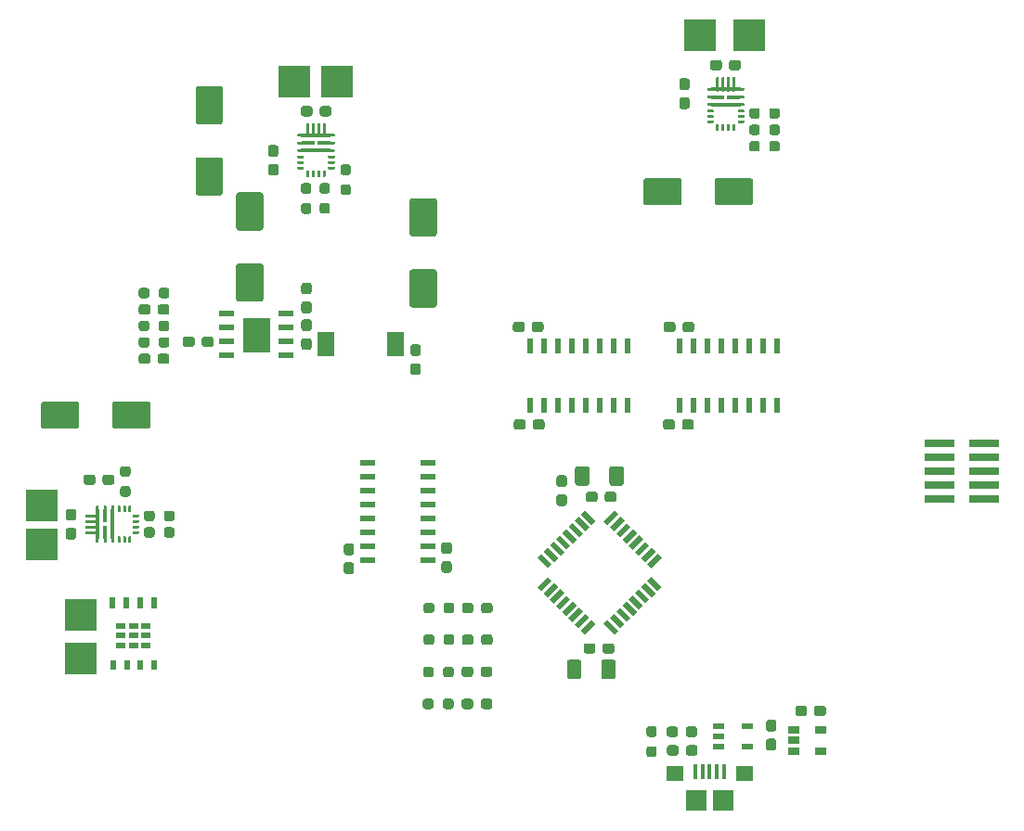
<source format=gbr>
%TF.GenerationSoftware,KiCad,Pcbnew,5.1.11*%
%TF.CreationDate,2021-11-21T12:03:26+02:00*%
%TF.ProjectId,Electronics,456c6563-7472-46f6-9e69-63732e6b6963,2.2*%
%TF.SameCoordinates,Original*%
%TF.FileFunction,Paste,Top*%
%TF.FilePolarity,Positive*%
%FSLAX46Y46*%
G04 Gerber Fmt 4.6, Leading zero omitted, Abs format (unit mm)*
G04 Created by KiCad (PCBNEW 5.1.11) date 2021-11-21 12:03:26*
%MOMM*%
%LPD*%
G01*
G04 APERTURE LIST*
%ADD10C,0.100000*%
%ADD11R,0.533400X1.461700*%
%ADD12R,1.500000X2.200000*%
%ADD13R,2.700000X0.400000*%
%ADD14R,1.225000X0.400000*%
%ADD15R,1.900000X1.900000*%
%ADD16R,1.600000X1.400000*%
%ADD17R,0.400000X1.350000*%
%ADD18R,1.461700X0.533400*%
%ADD19R,3.000000X3.000000*%
%ADD20R,1.450000X0.599999*%
%ADD21R,0.400000X2.700000*%
%ADD22R,0.400000X1.225000*%
%ADD23R,0.900000X0.600000*%
%ADD24R,0.600000X0.900000*%
%ADD25R,0.600000X1.050000*%
%ADD26R,1.100000X0.600000*%
%ADD27R,1.000000X0.700000*%
%ADD28R,2.790000X0.740000*%
G04 APERTURE END LIST*
D10*
%TO.C,U8*%
G36*
X84125000Y-83951999D02*
G01*
X84125000Y-80948001D01*
X84125922Y-80938637D01*
X84128652Y-80929632D01*
X84133090Y-80921334D01*
X84139059Y-80914059D01*
X84146333Y-80908090D01*
X84154632Y-80903653D01*
X84163636Y-80900923D01*
X84173001Y-80900001D01*
X86476999Y-80900001D01*
X86486364Y-80900923D01*
X86495368Y-80903653D01*
X86503667Y-80908090D01*
X86510941Y-80914059D01*
X86516910Y-80921334D01*
X86521348Y-80929632D01*
X86524078Y-80938637D01*
X86525000Y-80948001D01*
X86525000Y-83951999D01*
X86524078Y-83961363D01*
X86521348Y-83970368D01*
X86516910Y-83978666D01*
X86510941Y-83985941D01*
X86503667Y-83991910D01*
X86495368Y-83996347D01*
X86486364Y-83999077D01*
X86476999Y-83999999D01*
X84173001Y-83999999D01*
X84163636Y-83999077D01*
X84154632Y-83996347D01*
X84146333Y-83991910D01*
X84139059Y-83985941D01*
X84133090Y-83978666D01*
X84128652Y-83970368D01*
X84125922Y-83961363D01*
X84125000Y-83951999D01*
G37*
X84125000Y-83951999D02*
X84125000Y-80948001D01*
X84125922Y-80938637D01*
X84128652Y-80929632D01*
X84133090Y-80921334D01*
X84139059Y-80914059D01*
X84146333Y-80908090D01*
X84154632Y-80903653D01*
X84163636Y-80900923D01*
X84173001Y-80900001D01*
X86476999Y-80900001D01*
X86486364Y-80900923D01*
X86495368Y-80903653D01*
X86503667Y-80908090D01*
X86510941Y-80914059D01*
X86516910Y-80921334D01*
X86521348Y-80929632D01*
X86524078Y-80938637D01*
X86525000Y-80948001D01*
X86525000Y-83951999D01*
X86524078Y-83961363D01*
X86521348Y-83970368D01*
X86516910Y-83978666D01*
X86510941Y-83985941D01*
X86503667Y-83991910D01*
X86495368Y-83996347D01*
X86486364Y-83999077D01*
X86476999Y-83999999D01*
X84173001Y-83999999D01*
X84163636Y-83999077D01*
X84154632Y-83996347D01*
X84146333Y-83991910D01*
X84139059Y-83985941D01*
X84133090Y-83978666D01*
X84128652Y-83970368D01*
X84125922Y-83961363D01*
X84125000Y-83951999D01*
%TD*%
D11*
%TO.C,U2*%
X110355000Y-88924752D03*
X111625000Y-88924752D03*
X112895000Y-88924752D03*
X114165000Y-88924752D03*
X115435000Y-88924752D03*
X116705000Y-88924752D03*
X117975000Y-88924752D03*
X119245000Y-88924752D03*
X119245000Y-83475248D03*
X117975000Y-83475248D03*
X116705000Y-83475248D03*
X115435000Y-83475248D03*
X114165000Y-83475248D03*
X112895000Y-83475248D03*
X111625000Y-83475248D03*
X110355000Y-83475248D03*
%TD*%
D12*
%TO.C,L1*%
X98075000Y-83300000D03*
X91675000Y-83300000D03*
%TD*%
%TO.C,C32*%
G36*
G01*
X113437500Y-96362500D02*
X112962500Y-96362500D01*
G75*
G02*
X112725000Y-96125000I0J237500D01*
G01*
X112725000Y-95525000D01*
G75*
G02*
X112962500Y-95287500I237500J0D01*
G01*
X113437500Y-95287500D01*
G75*
G02*
X113675000Y-95525000I0J-237500D01*
G01*
X113675000Y-96125000D01*
G75*
G02*
X113437500Y-96362500I-237500J0D01*
G01*
G37*
G36*
G01*
X113437500Y-98087500D02*
X112962500Y-98087500D01*
G75*
G02*
X112725000Y-97850000I0J237500D01*
G01*
X112725000Y-97250000D01*
G75*
G02*
X112962500Y-97012500I237500J0D01*
G01*
X113437500Y-97012500D01*
G75*
G02*
X113675000Y-97250000I0J-237500D01*
G01*
X113675000Y-97850000D01*
G75*
G02*
X113437500Y-98087500I-237500J0D01*
G01*
G37*
%TD*%
%TO.C,U5*%
G36*
G01*
X90175000Y-63200000D02*
X90175000Y-64400000D01*
G75*
G02*
X90125000Y-64450000I-50000J0D01*
G01*
X89975000Y-64450000D01*
G75*
G02*
X89925000Y-64400000I0J50000D01*
G01*
X89925000Y-63200000D01*
G75*
G02*
X89975000Y-63150000I50000J0D01*
G01*
X90125000Y-63150000D01*
G75*
G02*
X90175000Y-63200000I0J-50000D01*
G01*
G37*
G36*
G01*
X91175000Y-63200000D02*
X91175000Y-64400000D01*
G75*
G02*
X91125000Y-64450000I-50000J0D01*
G01*
X90975000Y-64450000D01*
G75*
G02*
X90925000Y-64400000I0J50000D01*
G01*
X90925000Y-63200000D01*
G75*
G02*
X90975000Y-63150000I50000J0D01*
G01*
X91125000Y-63150000D01*
G75*
G02*
X91175000Y-63200000I0J-50000D01*
G01*
G37*
G36*
G01*
X90675000Y-63200000D02*
X90675000Y-64400000D01*
G75*
G02*
X90625000Y-64450000I-50000J0D01*
G01*
X90475000Y-64450000D01*
G75*
G02*
X90425000Y-64400000I0J50000D01*
G01*
X90425000Y-63200000D01*
G75*
G02*
X90475000Y-63150000I50000J0D01*
G01*
X90625000Y-63150000D01*
G75*
G02*
X90675000Y-63200000I0J-50000D01*
G01*
G37*
G36*
G01*
X91675000Y-63200000D02*
X91675000Y-64400000D01*
G75*
G02*
X91625000Y-64450000I-50000J0D01*
G01*
X91475000Y-64450000D01*
G75*
G02*
X91425000Y-64400000I0J50000D01*
G01*
X91425000Y-63200000D01*
G75*
G02*
X91475000Y-63150000I50000J0D01*
G01*
X91625000Y-63150000D01*
G75*
G02*
X91675000Y-63200000I0J-50000D01*
G01*
G37*
D13*
X90800000Y-64250000D03*
D14*
X90062500Y-64950000D03*
X91537500Y-64950000D03*
G36*
G01*
X92500000Y-64875000D02*
X92500000Y-65025000D01*
G75*
G02*
X92450000Y-65075000I-50000J0D01*
G01*
X91950000Y-65075000D01*
G75*
G02*
X91900000Y-65025000I0J50000D01*
G01*
X91900000Y-64875000D01*
G75*
G02*
X91950000Y-64825000I50000J0D01*
G01*
X92450000Y-64825000D01*
G75*
G02*
X92500000Y-64875000I0J-50000D01*
G01*
G37*
G36*
G01*
X92500000Y-64175000D02*
X92500000Y-64325000D01*
G75*
G02*
X92450000Y-64375000I-50000J0D01*
G01*
X91950000Y-64375000D01*
G75*
G02*
X91900000Y-64325000I0J50000D01*
G01*
X91900000Y-64175000D01*
G75*
G02*
X91950000Y-64125000I50000J0D01*
G01*
X92450000Y-64125000D01*
G75*
G02*
X92500000Y-64175000I0J-50000D01*
G01*
G37*
G36*
G01*
X89700000Y-64875000D02*
X89700000Y-65025000D01*
G75*
G02*
X89650000Y-65075000I-50000J0D01*
G01*
X89150000Y-65075000D01*
G75*
G02*
X89100000Y-65025000I0J50000D01*
G01*
X89100000Y-64875000D01*
G75*
G02*
X89150000Y-64825000I50000J0D01*
G01*
X89650000Y-64825000D01*
G75*
G02*
X89700000Y-64875000I0J-50000D01*
G01*
G37*
G36*
G01*
X89700000Y-64175000D02*
X89700000Y-64325000D01*
G75*
G02*
X89650000Y-64375000I-50000J0D01*
G01*
X89150000Y-64375000D01*
G75*
G02*
X89100000Y-64325000I0J50000D01*
G01*
X89100000Y-64175000D01*
G75*
G02*
X89150000Y-64125000I50000J0D01*
G01*
X89650000Y-64125000D01*
G75*
G02*
X89700000Y-64175000I0J-50000D01*
G01*
G37*
D13*
X90800000Y-65650000D03*
G36*
G01*
X89700000Y-65575000D02*
X89700000Y-65725000D01*
G75*
G02*
X89650000Y-65775000I-50000J0D01*
G01*
X89150000Y-65775000D01*
G75*
G02*
X89100000Y-65725000I0J50000D01*
G01*
X89100000Y-65575000D01*
G75*
G02*
X89150000Y-65525000I50000J0D01*
G01*
X89650000Y-65525000D01*
G75*
G02*
X89700000Y-65575000I0J-50000D01*
G01*
G37*
G36*
G01*
X92500000Y-65575000D02*
X92500000Y-65725000D01*
G75*
G02*
X92450000Y-65775000I-50000J0D01*
G01*
X91950000Y-65775000D01*
G75*
G02*
X91900000Y-65725000I0J50000D01*
G01*
X91900000Y-65575000D01*
G75*
G02*
X91950000Y-65525000I50000J0D01*
G01*
X92450000Y-65525000D01*
G75*
G02*
X92500000Y-65575000I0J-50000D01*
G01*
G37*
G36*
G01*
X89700000Y-66150000D02*
X89700000Y-66300000D01*
G75*
G02*
X89650000Y-66350000I-50000J0D01*
G01*
X89150000Y-66350000D01*
G75*
G02*
X89100000Y-66300000I0J50000D01*
G01*
X89100000Y-66150000D01*
G75*
G02*
X89150000Y-66100000I50000J0D01*
G01*
X89650000Y-66100000D01*
G75*
G02*
X89700000Y-66150000I0J-50000D01*
G01*
G37*
G36*
G01*
X89700000Y-66650000D02*
X89700000Y-66800000D01*
G75*
G02*
X89650000Y-66850000I-50000J0D01*
G01*
X89150000Y-66850000D01*
G75*
G02*
X89100000Y-66800000I0J50000D01*
G01*
X89100000Y-66650000D01*
G75*
G02*
X89150000Y-66600000I50000J0D01*
G01*
X89650000Y-66600000D01*
G75*
G02*
X89700000Y-66650000I0J-50000D01*
G01*
G37*
G36*
G01*
X89700000Y-67150000D02*
X89700000Y-67300000D01*
G75*
G02*
X89650000Y-67350000I-50000J0D01*
G01*
X89150000Y-67350000D01*
G75*
G02*
X89100000Y-67300000I0J50000D01*
G01*
X89100000Y-67150000D01*
G75*
G02*
X89150000Y-67100000I50000J0D01*
G01*
X89650000Y-67100000D01*
G75*
G02*
X89700000Y-67150000I0J-50000D01*
G01*
G37*
G36*
G01*
X90175000Y-67500000D02*
X90175000Y-68000000D01*
G75*
G02*
X90125000Y-68050000I-50000J0D01*
G01*
X89975000Y-68050000D01*
G75*
G02*
X89925000Y-68000000I0J50000D01*
G01*
X89925000Y-67500000D01*
G75*
G02*
X89975000Y-67450000I50000J0D01*
G01*
X90125000Y-67450000D01*
G75*
G02*
X90175000Y-67500000I0J-50000D01*
G01*
G37*
G36*
G01*
X90675000Y-67500000D02*
X90675000Y-68000000D01*
G75*
G02*
X90625000Y-68050000I-50000J0D01*
G01*
X90475000Y-68050000D01*
G75*
G02*
X90425000Y-68000000I0J50000D01*
G01*
X90425000Y-67500000D01*
G75*
G02*
X90475000Y-67450000I50000J0D01*
G01*
X90625000Y-67450000D01*
G75*
G02*
X90675000Y-67500000I0J-50000D01*
G01*
G37*
G36*
G01*
X91175000Y-67500000D02*
X91175000Y-68000000D01*
G75*
G02*
X91125000Y-68050000I-50000J0D01*
G01*
X90975000Y-68050000D01*
G75*
G02*
X90925000Y-68000000I0J50000D01*
G01*
X90925000Y-67500000D01*
G75*
G02*
X90975000Y-67450000I50000J0D01*
G01*
X91125000Y-67450000D01*
G75*
G02*
X91175000Y-67500000I0J-50000D01*
G01*
G37*
G36*
G01*
X91675000Y-67500000D02*
X91675000Y-68000000D01*
G75*
G02*
X91625000Y-68050000I-50000J0D01*
G01*
X91475000Y-68050000D01*
G75*
G02*
X91425000Y-68000000I0J50000D01*
G01*
X91425000Y-67500000D01*
G75*
G02*
X91475000Y-67450000I50000J0D01*
G01*
X91625000Y-67450000D01*
G75*
G02*
X91675000Y-67500000I0J-50000D01*
G01*
G37*
G36*
G01*
X92500000Y-66150000D02*
X92500000Y-66300000D01*
G75*
G02*
X92450000Y-66350000I-50000J0D01*
G01*
X91950000Y-66350000D01*
G75*
G02*
X91900000Y-66300000I0J50000D01*
G01*
X91900000Y-66150000D01*
G75*
G02*
X91950000Y-66100000I50000J0D01*
G01*
X92450000Y-66100000D01*
G75*
G02*
X92500000Y-66150000I0J-50000D01*
G01*
G37*
G36*
G01*
X92500000Y-66650000D02*
X92500000Y-66800000D01*
G75*
G02*
X92450000Y-66850000I-50000J0D01*
G01*
X91950000Y-66850000D01*
G75*
G02*
X91900000Y-66800000I0J50000D01*
G01*
X91900000Y-66650000D01*
G75*
G02*
X91950000Y-66600000I50000J0D01*
G01*
X92450000Y-66600000D01*
G75*
G02*
X92500000Y-66650000I0J-50000D01*
G01*
G37*
G36*
G01*
X92500000Y-67150000D02*
X92500000Y-67300000D01*
G75*
G02*
X92450000Y-67350000I-50000J0D01*
G01*
X91950000Y-67350000D01*
G75*
G02*
X91900000Y-67300000I0J50000D01*
G01*
X91900000Y-67150000D01*
G75*
G02*
X91950000Y-67100000I50000J0D01*
G01*
X92450000Y-67100000D01*
G75*
G02*
X92500000Y-67150000I0J-50000D01*
G01*
G37*
%TD*%
%TO.C,C13*%
G36*
G01*
X127150000Y-70400000D02*
X127150000Y-68400000D01*
G75*
G02*
X127400000Y-68150000I250000J0D01*
G01*
X130400000Y-68150000D01*
G75*
G02*
X130650000Y-68400000I0J-250000D01*
G01*
X130650000Y-70400000D01*
G75*
G02*
X130400000Y-70650000I-250000J0D01*
G01*
X127400000Y-70650000D01*
G75*
G02*
X127150000Y-70400000I0J250000D01*
G01*
G37*
G36*
G01*
X120650000Y-70400000D02*
X120650000Y-68400000D01*
G75*
G02*
X120900000Y-68150000I250000J0D01*
G01*
X123900000Y-68150000D01*
G75*
G02*
X124150000Y-68400000I0J-250000D01*
G01*
X124150000Y-70400000D01*
G75*
G02*
X123900000Y-70650000I-250000J0D01*
G01*
X120900000Y-70650000D01*
G75*
G02*
X120650000Y-70400000I0J250000D01*
G01*
G37*
%TD*%
D15*
%TO.C,J16*%
X127900000Y-125000000D03*
X125500000Y-125000000D03*
D16*
X129900000Y-122550000D03*
X123500000Y-122550000D03*
D17*
X128000000Y-122325000D03*
X127350000Y-122325000D03*
X126700000Y-122325000D03*
X126050000Y-122325000D03*
X125400000Y-122325000D03*
%TD*%
D10*
%TO.C,U1*%
G36*
X117034455Y-99451630D02*
G01*
X117995342Y-98490743D01*
X118349461Y-98844862D01*
X117388574Y-99805749D01*
X117034455Y-99451630D01*
G37*
G36*
X117600140Y-100017315D02*
G01*
X118561027Y-99056428D01*
X118915146Y-99410547D01*
X117954259Y-100371434D01*
X117600140Y-100017315D01*
G37*
G36*
X118165825Y-100583000D02*
G01*
X119126712Y-99622113D01*
X119480831Y-99976232D01*
X118519944Y-100937119D01*
X118165825Y-100583000D01*
G37*
G36*
X118731511Y-101148686D02*
G01*
X119692398Y-100187799D01*
X120046517Y-100541918D01*
X119085630Y-101502805D01*
X118731511Y-101148686D01*
G37*
G36*
X119297195Y-101714370D02*
G01*
X120258082Y-100753483D01*
X120612201Y-101107602D01*
X119651314Y-102068489D01*
X119297195Y-101714370D01*
G37*
G36*
X119862881Y-102280056D02*
G01*
X120823768Y-101319169D01*
X121177887Y-101673288D01*
X120217000Y-102634175D01*
X119862881Y-102280056D01*
G37*
G36*
X120428567Y-102845742D02*
G01*
X121389454Y-101884855D01*
X121743573Y-102238974D01*
X120782686Y-103199861D01*
X120428567Y-102845742D01*
G37*
G36*
X120994251Y-103411426D02*
G01*
X121955138Y-102450539D01*
X122309257Y-102804658D01*
X121348370Y-103765545D01*
X120994251Y-103411426D01*
G37*
G36*
X121955138Y-105849461D02*
G01*
X120994251Y-104888574D01*
X121348370Y-104534455D01*
X122309257Y-105495342D01*
X121955138Y-105849461D01*
G37*
G36*
X121389453Y-106415146D02*
G01*
X120428566Y-105454259D01*
X120782685Y-105100140D01*
X121743572Y-106061027D01*
X121389453Y-106415146D01*
G37*
G36*
X120823768Y-106980831D02*
G01*
X119862881Y-106019944D01*
X120217000Y-105665825D01*
X121177887Y-106626712D01*
X120823768Y-106980831D01*
G37*
G36*
X120258082Y-107546517D02*
G01*
X119297195Y-106585630D01*
X119651314Y-106231511D01*
X120612201Y-107192398D01*
X120258082Y-107546517D01*
G37*
G36*
X119692398Y-108112201D02*
G01*
X118731511Y-107151314D01*
X119085630Y-106797195D01*
X120046517Y-107758082D01*
X119692398Y-108112201D01*
G37*
G36*
X119126712Y-108677887D02*
G01*
X118165825Y-107717000D01*
X118519944Y-107362881D01*
X119480831Y-108323768D01*
X119126712Y-108677887D01*
G37*
G36*
X118561026Y-109243573D02*
G01*
X117600139Y-108282686D01*
X117954258Y-107928567D01*
X118915145Y-108889454D01*
X118561026Y-109243573D01*
G37*
G36*
X117995342Y-109809257D02*
G01*
X117034455Y-108848370D01*
X117388574Y-108494251D01*
X118349461Y-109455138D01*
X117995342Y-109809257D01*
G37*
G36*
X114950539Y-109455138D02*
G01*
X115911426Y-108494251D01*
X116265545Y-108848370D01*
X115304658Y-109809257D01*
X114950539Y-109455138D01*
G37*
G36*
X114384854Y-108889453D02*
G01*
X115345741Y-107928566D01*
X115699860Y-108282685D01*
X114738973Y-109243572D01*
X114384854Y-108889453D01*
G37*
G36*
X113819169Y-108323768D02*
G01*
X114780056Y-107362881D01*
X115134175Y-107717000D01*
X114173288Y-108677887D01*
X113819169Y-108323768D01*
G37*
G36*
X113253483Y-107758082D02*
G01*
X114214370Y-106797195D01*
X114568489Y-107151314D01*
X113607602Y-108112201D01*
X113253483Y-107758082D01*
G37*
G36*
X112687799Y-107192398D02*
G01*
X113648686Y-106231511D01*
X114002805Y-106585630D01*
X113041918Y-107546517D01*
X112687799Y-107192398D01*
G37*
G36*
X112122113Y-106626712D02*
G01*
X113083000Y-105665825D01*
X113437119Y-106019944D01*
X112476232Y-106980831D01*
X112122113Y-106626712D01*
G37*
G36*
X111556427Y-106061026D02*
G01*
X112517314Y-105100139D01*
X112871433Y-105454258D01*
X111910546Y-106415145D01*
X111556427Y-106061026D01*
G37*
G36*
X110990743Y-105495342D02*
G01*
X111951630Y-104534455D01*
X112305749Y-104888574D01*
X111344862Y-105849461D01*
X110990743Y-105495342D01*
G37*
G36*
X111951630Y-103765545D02*
G01*
X110990743Y-102804658D01*
X111344862Y-102450539D01*
X112305749Y-103411426D01*
X111951630Y-103765545D01*
G37*
G36*
X112517315Y-103199860D02*
G01*
X111556428Y-102238973D01*
X111910547Y-101884854D01*
X112871434Y-102845741D01*
X112517315Y-103199860D01*
G37*
G36*
X113083000Y-102634175D02*
G01*
X112122113Y-101673288D01*
X112476232Y-101319169D01*
X113437119Y-102280056D01*
X113083000Y-102634175D01*
G37*
G36*
X113648686Y-102068489D02*
G01*
X112687799Y-101107602D01*
X113041918Y-100753483D01*
X114002805Y-101714370D01*
X113648686Y-102068489D01*
G37*
G36*
X114214370Y-101502805D02*
G01*
X113253483Y-100541918D01*
X113607602Y-100187799D01*
X114568489Y-101148686D01*
X114214370Y-101502805D01*
G37*
G36*
X114780056Y-100937119D02*
G01*
X113819169Y-99976232D01*
X114173288Y-99622113D01*
X115134175Y-100583000D01*
X114780056Y-100937119D01*
G37*
G36*
X115345742Y-100371433D02*
G01*
X114384855Y-99410546D01*
X114738974Y-99056427D01*
X115699861Y-100017314D01*
X115345742Y-100371433D01*
G37*
G36*
X115911426Y-99805749D02*
G01*
X114950539Y-98844862D01*
X115304658Y-98490743D01*
X116265545Y-99451630D01*
X115911426Y-99805749D01*
G37*
%TD*%
%TO.C,R4*%
G36*
G01*
X102425000Y-110517500D02*
X102425000Y-110042500D01*
G75*
G02*
X102662500Y-109805000I237500J0D01*
G01*
X103162500Y-109805000D01*
G75*
G02*
X103400000Y-110042500I0J-237500D01*
G01*
X103400000Y-110517500D01*
G75*
G02*
X103162500Y-110755000I-237500J0D01*
G01*
X102662500Y-110755000D01*
G75*
G02*
X102425000Y-110517500I0J237500D01*
G01*
G37*
G36*
G01*
X100600000Y-110517500D02*
X100600000Y-110042500D01*
G75*
G02*
X100837500Y-109805000I237500J0D01*
G01*
X101337500Y-109805000D01*
G75*
G02*
X101575000Y-110042500I0J-237500D01*
G01*
X101575000Y-110517500D01*
G75*
G02*
X101337500Y-110755000I-237500J0D01*
G01*
X100837500Y-110755000D01*
G75*
G02*
X100600000Y-110517500I0J237500D01*
G01*
G37*
%TD*%
D18*
%TO.C,U3*%
X95525248Y-103045000D03*
X95525248Y-101775000D03*
X95525248Y-100505000D03*
X95525248Y-99235000D03*
X95525248Y-97965000D03*
X95525248Y-96695000D03*
X95525248Y-95425000D03*
X95525248Y-94155000D03*
X100974752Y-94155000D03*
X100974752Y-95425000D03*
X100974752Y-96695000D03*
X100974752Y-97965000D03*
X100974752Y-99235000D03*
X100974752Y-100505000D03*
X100974752Y-101775000D03*
X100974752Y-103045000D03*
%TD*%
D19*
%TO.C,BAT+*%
X69350000Y-112050000D03*
%TD*%
%TO.C,C31*%
G36*
G01*
X115750000Y-94699999D02*
X115750000Y-96000001D01*
G75*
G02*
X115500001Y-96250000I-249999J0D01*
G01*
X114674999Y-96250000D01*
G75*
G02*
X114425000Y-96000001I0J249999D01*
G01*
X114425000Y-94699999D01*
G75*
G02*
X114674999Y-94450000I249999J0D01*
G01*
X115500001Y-94450000D01*
G75*
G02*
X115750000Y-94699999I0J-249999D01*
G01*
G37*
G36*
G01*
X118875000Y-94699999D02*
X118875000Y-96000001D01*
G75*
G02*
X118625001Y-96250000I-249999J0D01*
G01*
X117799999Y-96250000D01*
G75*
G02*
X117550000Y-96000001I0J249999D01*
G01*
X117550000Y-94699999D01*
G75*
G02*
X117799999Y-94450000I249999J0D01*
G01*
X118625001Y-94450000D01*
G75*
G02*
X118875000Y-94699999I0J-249999D01*
G01*
G37*
%TD*%
%TO.C,C2*%
G36*
G01*
X115000000Y-112349999D02*
X115000000Y-113650001D01*
G75*
G02*
X114750001Y-113900000I-249999J0D01*
G01*
X113924999Y-113900000D01*
G75*
G02*
X113675000Y-113650001I0J249999D01*
G01*
X113675000Y-112349999D01*
G75*
G02*
X113924999Y-112100000I249999J0D01*
G01*
X114750001Y-112100000D01*
G75*
G02*
X115000000Y-112349999I0J-249999D01*
G01*
G37*
G36*
G01*
X118125000Y-112349999D02*
X118125000Y-113650001D01*
G75*
G02*
X117875001Y-113900000I-249999J0D01*
G01*
X117049999Y-113900000D01*
G75*
G02*
X116800000Y-113650001I0J249999D01*
G01*
X116800000Y-112349999D01*
G75*
G02*
X117049999Y-112100000I249999J0D01*
G01*
X117875001Y-112100000D01*
G75*
G02*
X118125000Y-112349999I0J-249999D01*
G01*
G37*
%TD*%
%TO.C,C16*%
G36*
G01*
X72200000Y-90800000D02*
X72200000Y-88800000D01*
G75*
G02*
X72450000Y-88550000I250000J0D01*
G01*
X75450000Y-88550000D01*
G75*
G02*
X75700000Y-88800000I0J-250000D01*
G01*
X75700000Y-90800000D01*
G75*
G02*
X75450000Y-91050000I-250000J0D01*
G01*
X72450000Y-91050000D01*
G75*
G02*
X72200000Y-90800000I0J250000D01*
G01*
G37*
G36*
G01*
X65700000Y-90800000D02*
X65700000Y-88800000D01*
G75*
G02*
X65950000Y-88550000I250000J0D01*
G01*
X68950000Y-88550000D01*
G75*
G02*
X69200000Y-88800000I0J-250000D01*
G01*
X69200000Y-90800000D01*
G75*
G02*
X68950000Y-91050000I-250000J0D01*
G01*
X65950000Y-91050000D01*
G75*
G02*
X65700000Y-90800000I0J250000D01*
G01*
G37*
%TD*%
%TO.C,C10*%
G36*
G01*
X80050000Y-66250000D02*
X82050000Y-66250000D01*
G75*
G02*
X82300000Y-66500000I0J-250000D01*
G01*
X82300000Y-69500000D01*
G75*
G02*
X82050000Y-69750000I-250000J0D01*
G01*
X80050000Y-69750000D01*
G75*
G02*
X79800000Y-69500000I0J250000D01*
G01*
X79800000Y-66500000D01*
G75*
G02*
X80050000Y-66250000I250000J0D01*
G01*
G37*
G36*
G01*
X80050000Y-59750000D02*
X82050000Y-59750000D01*
G75*
G02*
X82300000Y-60000000I0J-250000D01*
G01*
X82300000Y-63000000D01*
G75*
G02*
X82050000Y-63250000I-250000J0D01*
G01*
X80050000Y-63250000D01*
G75*
G02*
X79800000Y-63000000I0J250000D01*
G01*
X79800000Y-60000000D01*
G75*
G02*
X80050000Y-59750000I250000J0D01*
G01*
G37*
%TD*%
%TO.C,C29*%
G36*
G01*
X101575000Y-73475000D02*
X99575000Y-73475000D01*
G75*
G02*
X99325000Y-73225000I0J250000D01*
G01*
X99325000Y-70225000D01*
G75*
G02*
X99575000Y-69975000I250000J0D01*
G01*
X101575000Y-69975000D01*
G75*
G02*
X101825000Y-70225000I0J-250000D01*
G01*
X101825000Y-73225000D01*
G75*
G02*
X101575000Y-73475000I-250000J0D01*
G01*
G37*
G36*
G01*
X101575000Y-79975000D02*
X99575000Y-79975000D01*
G75*
G02*
X99325000Y-79725000I0J250000D01*
G01*
X99325000Y-76725000D01*
G75*
G02*
X99575000Y-76475000I250000J0D01*
G01*
X101575000Y-76475000D01*
G75*
G02*
X101825000Y-76725000I0J-250000D01*
G01*
X101825000Y-79725000D01*
G75*
G02*
X101575000Y-79975000I-250000J0D01*
G01*
G37*
%TD*%
%TO.C,C19*%
G36*
G01*
X85750000Y-79450000D02*
X83750000Y-79450000D01*
G75*
G02*
X83500000Y-79200000I0J250000D01*
G01*
X83500000Y-76200000D01*
G75*
G02*
X83750000Y-75950000I250000J0D01*
G01*
X85750000Y-75950000D01*
G75*
G02*
X86000000Y-76200000I0J-250000D01*
G01*
X86000000Y-79200000D01*
G75*
G02*
X85750000Y-79450000I-250000J0D01*
G01*
G37*
G36*
G01*
X85750000Y-72950000D02*
X83750000Y-72950000D01*
G75*
G02*
X83500000Y-72700000I0J250000D01*
G01*
X83500000Y-69700000D01*
G75*
G02*
X83750000Y-69450000I250000J0D01*
G01*
X85750000Y-69450000D01*
G75*
G02*
X86000000Y-69700000I0J-250000D01*
G01*
X86000000Y-72700000D01*
G75*
G02*
X85750000Y-72950000I-250000J0D01*
G01*
G37*
%TD*%
%TO.C,R3*%
G36*
G01*
X102425000Y-107637500D02*
X102425000Y-107162500D01*
G75*
G02*
X102662500Y-106925000I237500J0D01*
G01*
X103162500Y-106925000D01*
G75*
G02*
X103400000Y-107162500I0J-237500D01*
G01*
X103400000Y-107637500D01*
G75*
G02*
X103162500Y-107875000I-237500J0D01*
G01*
X102662500Y-107875000D01*
G75*
G02*
X102425000Y-107637500I0J237500D01*
G01*
G37*
G36*
G01*
X100600000Y-107637500D02*
X100600000Y-107162500D01*
G75*
G02*
X100837500Y-106925000I237500J0D01*
G01*
X101337500Y-106925000D01*
G75*
G02*
X101575000Y-107162500I0J-237500D01*
G01*
X101575000Y-107637500D01*
G75*
G02*
X101337500Y-107875000I-237500J0D01*
G01*
X100837500Y-107875000D01*
G75*
G02*
X100600000Y-107637500I0J237500D01*
G01*
G37*
%TD*%
%TO.C,R2*%
G36*
G01*
X102362500Y-116387500D02*
X102362500Y-115912500D01*
G75*
G02*
X102600000Y-115675000I237500J0D01*
G01*
X103100000Y-115675000D01*
G75*
G02*
X103337500Y-115912500I0J-237500D01*
G01*
X103337500Y-116387500D01*
G75*
G02*
X103100000Y-116625000I-237500J0D01*
G01*
X102600000Y-116625000D01*
G75*
G02*
X102362500Y-116387500I0J237500D01*
G01*
G37*
G36*
G01*
X100537500Y-116387500D02*
X100537500Y-115912500D01*
G75*
G02*
X100775000Y-115675000I237500J0D01*
G01*
X101275000Y-115675000D01*
G75*
G02*
X101512500Y-115912500I0J-237500D01*
G01*
X101512500Y-116387500D01*
G75*
G02*
X101275000Y-116625000I-237500J0D01*
G01*
X100775000Y-116625000D01*
G75*
G02*
X100537500Y-116387500I0J237500D01*
G01*
G37*
%TD*%
%TO.C,R1*%
G36*
G01*
X102375000Y-113487500D02*
X102375000Y-113012500D01*
G75*
G02*
X102612500Y-112775000I237500J0D01*
G01*
X103112500Y-112775000D01*
G75*
G02*
X103350000Y-113012500I0J-237500D01*
G01*
X103350000Y-113487500D01*
G75*
G02*
X103112500Y-113725000I-237500J0D01*
G01*
X102612500Y-113725000D01*
G75*
G02*
X102375000Y-113487500I0J237500D01*
G01*
G37*
G36*
G01*
X100550000Y-113487500D02*
X100550000Y-113012500D01*
G75*
G02*
X100787500Y-112775000I237500J0D01*
G01*
X101287500Y-112775000D01*
G75*
G02*
X101525000Y-113012500I0J-237500D01*
G01*
X101525000Y-113487500D01*
G75*
G02*
X101287500Y-113725000I-237500J0D01*
G01*
X100787500Y-113725000D01*
G75*
G02*
X100550000Y-113487500I0J237500D01*
G01*
G37*
%TD*%
%TO.C,D4*%
G36*
G01*
X105850000Y-110537500D02*
X105850000Y-110062500D01*
G75*
G02*
X106087500Y-109825000I237500J0D01*
G01*
X106662500Y-109825000D01*
G75*
G02*
X106900000Y-110062500I0J-237500D01*
G01*
X106900000Y-110537500D01*
G75*
G02*
X106662500Y-110775000I-237500J0D01*
G01*
X106087500Y-110775000D01*
G75*
G02*
X105850000Y-110537500I0J237500D01*
G01*
G37*
G36*
G01*
X104100000Y-110537500D02*
X104100000Y-110062500D01*
G75*
G02*
X104337500Y-109825000I237500J0D01*
G01*
X104912500Y-109825000D01*
G75*
G02*
X105150000Y-110062500I0J-237500D01*
G01*
X105150000Y-110537500D01*
G75*
G02*
X104912500Y-110775000I-237500J0D01*
G01*
X104337500Y-110775000D01*
G75*
G02*
X104100000Y-110537500I0J237500D01*
G01*
G37*
%TD*%
%TO.C,D3*%
G36*
G01*
X105850000Y-107637500D02*
X105850000Y-107162500D01*
G75*
G02*
X106087500Y-106925000I237500J0D01*
G01*
X106662500Y-106925000D01*
G75*
G02*
X106900000Y-107162500I0J-237500D01*
G01*
X106900000Y-107637500D01*
G75*
G02*
X106662500Y-107875000I-237500J0D01*
G01*
X106087500Y-107875000D01*
G75*
G02*
X105850000Y-107637500I0J237500D01*
G01*
G37*
G36*
G01*
X104100000Y-107637500D02*
X104100000Y-107162500D01*
G75*
G02*
X104337500Y-106925000I237500J0D01*
G01*
X104912500Y-106925000D01*
G75*
G02*
X105150000Y-107162500I0J-237500D01*
G01*
X105150000Y-107637500D01*
G75*
G02*
X104912500Y-107875000I-237500J0D01*
G01*
X104337500Y-107875000D01*
G75*
G02*
X104100000Y-107637500I0J237500D01*
G01*
G37*
%TD*%
%TO.C,D2*%
G36*
G01*
X105825000Y-116387500D02*
X105825000Y-115912500D01*
G75*
G02*
X106062500Y-115675000I237500J0D01*
G01*
X106637500Y-115675000D01*
G75*
G02*
X106875000Y-115912500I0J-237500D01*
G01*
X106875000Y-116387500D01*
G75*
G02*
X106637500Y-116625000I-237500J0D01*
G01*
X106062500Y-116625000D01*
G75*
G02*
X105825000Y-116387500I0J237500D01*
G01*
G37*
G36*
G01*
X104075000Y-116387500D02*
X104075000Y-115912500D01*
G75*
G02*
X104312500Y-115675000I237500J0D01*
G01*
X104887500Y-115675000D01*
G75*
G02*
X105125000Y-115912500I0J-237500D01*
G01*
X105125000Y-116387500D01*
G75*
G02*
X104887500Y-116625000I-237500J0D01*
G01*
X104312500Y-116625000D01*
G75*
G02*
X104075000Y-116387500I0J237500D01*
G01*
G37*
%TD*%
%TO.C,D1*%
G36*
G01*
X105825000Y-113452501D02*
X105825000Y-112977501D01*
G75*
G02*
X106062500Y-112740001I237500J0D01*
G01*
X106637500Y-112740001D01*
G75*
G02*
X106875000Y-112977501I0J-237500D01*
G01*
X106875000Y-113452501D01*
G75*
G02*
X106637500Y-113690001I-237500J0D01*
G01*
X106062500Y-113690001D01*
G75*
G02*
X105825000Y-113452501I0J237500D01*
G01*
G37*
G36*
G01*
X104075000Y-113452501D02*
X104075000Y-112977501D01*
G75*
G02*
X104312500Y-112740001I237500J0D01*
G01*
X104887500Y-112740001D01*
G75*
G02*
X105125000Y-112977501I0J-237500D01*
G01*
X105125000Y-113452501D01*
G75*
G02*
X104887500Y-113690001I-237500J0D01*
G01*
X104312500Y-113690001D01*
G75*
G02*
X104075000Y-113452501I0J237500D01*
G01*
G37*
%TD*%
%TO.C,C9*%
G36*
G01*
X122500000Y-81987500D02*
X122500000Y-81512500D01*
G75*
G02*
X122737500Y-81275000I237500J0D01*
G01*
X123337500Y-81275000D01*
G75*
G02*
X123575000Y-81512500I0J-237500D01*
G01*
X123575000Y-81987500D01*
G75*
G02*
X123337500Y-82225000I-237500J0D01*
G01*
X122737500Y-82225000D01*
G75*
G02*
X122500000Y-81987500I0J237500D01*
G01*
G37*
G36*
G01*
X124225000Y-81987500D02*
X124225000Y-81512500D01*
G75*
G02*
X124462500Y-81275000I237500J0D01*
G01*
X125062500Y-81275000D01*
G75*
G02*
X125300000Y-81512500I0J-237500D01*
G01*
X125300000Y-81987500D01*
G75*
G02*
X125062500Y-82225000I-237500J0D01*
G01*
X124462500Y-82225000D01*
G75*
G02*
X124225000Y-81987500I0J237500D01*
G01*
G37*
%TD*%
%TO.C,C8*%
G36*
G01*
X94037500Y-102575000D02*
X93562500Y-102575000D01*
G75*
G02*
X93325000Y-102337500I0J237500D01*
G01*
X93325000Y-101737500D01*
G75*
G02*
X93562500Y-101500000I237500J0D01*
G01*
X94037500Y-101500000D01*
G75*
G02*
X94275000Y-101737500I0J-237500D01*
G01*
X94275000Y-102337500D01*
G75*
G02*
X94037500Y-102575000I-237500J0D01*
G01*
G37*
G36*
G01*
X94037500Y-104300000D02*
X93562500Y-104300000D01*
G75*
G02*
X93325000Y-104062500I0J237500D01*
G01*
X93325000Y-103462500D01*
G75*
G02*
X93562500Y-103225000I237500J0D01*
G01*
X94037500Y-103225000D01*
G75*
G02*
X94275000Y-103462500I0J-237500D01*
G01*
X94275000Y-104062500D01*
G75*
G02*
X94037500Y-104300000I-237500J0D01*
G01*
G37*
%TD*%
%TO.C,C7*%
G36*
G01*
X108750000Y-81987500D02*
X108750000Y-81512500D01*
G75*
G02*
X108987500Y-81275000I237500J0D01*
G01*
X109587500Y-81275000D01*
G75*
G02*
X109825000Y-81512500I0J-237500D01*
G01*
X109825000Y-81987500D01*
G75*
G02*
X109587500Y-82225000I-237500J0D01*
G01*
X108987500Y-82225000D01*
G75*
G02*
X108750000Y-81987500I0J237500D01*
G01*
G37*
G36*
G01*
X110475000Y-81987500D02*
X110475000Y-81512500D01*
G75*
G02*
X110712500Y-81275000I237500J0D01*
G01*
X111312500Y-81275000D01*
G75*
G02*
X111550000Y-81512500I0J-237500D01*
G01*
X111550000Y-81987500D01*
G75*
G02*
X111312500Y-82225000I-237500J0D01*
G01*
X110712500Y-82225000D01*
G75*
G02*
X110475000Y-81987500I0J237500D01*
G01*
G37*
%TD*%
%TO.C,C6*%
G36*
G01*
X125250000Y-90412500D02*
X125250000Y-90887500D01*
G75*
G02*
X125012500Y-91125000I-237500J0D01*
G01*
X124412500Y-91125000D01*
G75*
G02*
X124175000Y-90887500I0J237500D01*
G01*
X124175000Y-90412500D01*
G75*
G02*
X124412500Y-90175000I237500J0D01*
G01*
X125012500Y-90175000D01*
G75*
G02*
X125250000Y-90412500I0J-237500D01*
G01*
G37*
G36*
G01*
X123525000Y-90412500D02*
X123525000Y-90887500D01*
G75*
G02*
X123287500Y-91125000I-237500J0D01*
G01*
X122687500Y-91125000D01*
G75*
G02*
X122450000Y-90887500I0J237500D01*
G01*
X122450000Y-90412500D01*
G75*
G02*
X122687500Y-90175000I237500J0D01*
G01*
X123287500Y-90175000D01*
G75*
G02*
X123525000Y-90412500I0J-237500D01*
G01*
G37*
%TD*%
%TO.C,C5*%
G36*
G01*
X102462500Y-103125000D02*
X102937500Y-103125000D01*
G75*
G02*
X103175000Y-103362500I0J-237500D01*
G01*
X103175000Y-103962500D01*
G75*
G02*
X102937500Y-104200000I-237500J0D01*
G01*
X102462500Y-104200000D01*
G75*
G02*
X102225000Y-103962500I0J237500D01*
G01*
X102225000Y-103362500D01*
G75*
G02*
X102462500Y-103125000I237500J0D01*
G01*
G37*
G36*
G01*
X102462500Y-101400000D02*
X102937500Y-101400000D01*
G75*
G02*
X103175000Y-101637500I0J-237500D01*
G01*
X103175000Y-102237500D01*
G75*
G02*
X102937500Y-102475000I-237500J0D01*
G01*
X102462500Y-102475000D01*
G75*
G02*
X102225000Y-102237500I0J237500D01*
G01*
X102225000Y-101637500D01*
G75*
G02*
X102462500Y-101400000I237500J0D01*
G01*
G37*
%TD*%
%TO.C,C4*%
G36*
G01*
X111637500Y-90412500D02*
X111637500Y-90887500D01*
G75*
G02*
X111400000Y-91125000I-237500J0D01*
G01*
X110800000Y-91125000D01*
G75*
G02*
X110562500Y-90887500I0J237500D01*
G01*
X110562500Y-90412500D01*
G75*
G02*
X110800000Y-90175000I237500J0D01*
G01*
X111400000Y-90175000D01*
G75*
G02*
X111637500Y-90412500I0J-237500D01*
G01*
G37*
G36*
G01*
X109912500Y-90412500D02*
X109912500Y-90887500D01*
G75*
G02*
X109675000Y-91125000I-237500J0D01*
G01*
X109075000Y-91125000D01*
G75*
G02*
X108837500Y-90887500I0J237500D01*
G01*
X108837500Y-90412500D01*
G75*
G02*
X109075000Y-90175000I237500J0D01*
G01*
X109675000Y-90175000D01*
G75*
G02*
X109912500Y-90412500I0J-237500D01*
G01*
G37*
%TD*%
%TO.C,C3*%
G36*
G01*
X117125000Y-97487500D02*
X117125000Y-97012500D01*
G75*
G02*
X117362500Y-96775000I237500J0D01*
G01*
X117962500Y-96775000D01*
G75*
G02*
X118200000Y-97012500I0J-237500D01*
G01*
X118200000Y-97487500D01*
G75*
G02*
X117962500Y-97725000I-237500J0D01*
G01*
X117362500Y-97725000D01*
G75*
G02*
X117125000Y-97487500I0J237500D01*
G01*
G37*
G36*
G01*
X115400000Y-97487500D02*
X115400000Y-97012500D01*
G75*
G02*
X115637500Y-96775000I237500J0D01*
G01*
X116237500Y-96775000D01*
G75*
G02*
X116475000Y-97012500I0J-237500D01*
G01*
X116475000Y-97487500D01*
G75*
G02*
X116237500Y-97725000I-237500J0D01*
G01*
X115637500Y-97725000D01*
G75*
G02*
X115400000Y-97487500I0J237500D01*
G01*
G37*
%TD*%
%TO.C,C1*%
G36*
G01*
X116275000Y-110862500D02*
X116275000Y-111337500D01*
G75*
G02*
X116037500Y-111575000I-237500J0D01*
G01*
X115437500Y-111575000D01*
G75*
G02*
X115200000Y-111337500I0J237500D01*
G01*
X115200000Y-110862500D01*
G75*
G02*
X115437500Y-110625000I237500J0D01*
G01*
X116037500Y-110625000D01*
G75*
G02*
X116275000Y-110862500I0J-237500D01*
G01*
G37*
G36*
G01*
X118000000Y-110862500D02*
X118000000Y-111337500D01*
G75*
G02*
X117762500Y-111575000I-237500J0D01*
G01*
X117162500Y-111575000D01*
G75*
G02*
X116925000Y-111337500I0J237500D01*
G01*
X116925000Y-110862500D01*
G75*
G02*
X117162500Y-110625000I237500J0D01*
G01*
X117762500Y-110625000D01*
G75*
G02*
X118000000Y-110862500I0J-237500D01*
G01*
G37*
%TD*%
D20*
%TO.C,U8*%
X88049998Y-80545000D03*
X88049998Y-81815000D03*
X88049998Y-83085000D03*
X88049998Y-84355000D03*
X82599999Y-84355000D03*
X82599999Y-83085000D03*
X82599999Y-81815000D03*
X82599999Y-80545000D03*
%TD*%
%TO.C,D5*%
G36*
G01*
X124525000Y-118937500D02*
X124525000Y-118462500D01*
G75*
G02*
X124762500Y-118225000I237500J0D01*
G01*
X125337500Y-118225000D01*
G75*
G02*
X125575000Y-118462500I0J-237500D01*
G01*
X125575000Y-118937500D01*
G75*
G02*
X125337500Y-119175000I-237500J0D01*
G01*
X124762500Y-119175000D01*
G75*
G02*
X124525000Y-118937500I0J237500D01*
G01*
G37*
G36*
G01*
X122775000Y-118937500D02*
X122775000Y-118462500D01*
G75*
G02*
X123012500Y-118225000I237500J0D01*
G01*
X123587500Y-118225000D01*
G75*
G02*
X123825000Y-118462500I0J-237500D01*
G01*
X123825000Y-118937500D01*
G75*
G02*
X123587500Y-119175000I-237500J0D01*
G01*
X123012500Y-119175000D01*
G75*
G02*
X122775000Y-118937500I0J237500D01*
G01*
G37*
%TD*%
%TO.C,C12*%
G36*
G01*
X91137500Y-62287500D02*
X91137500Y-61812500D01*
G75*
G02*
X91375000Y-61575000I237500J0D01*
G01*
X91975000Y-61575000D01*
G75*
G02*
X92212500Y-61812500I0J-237500D01*
G01*
X92212500Y-62287500D01*
G75*
G02*
X91975000Y-62525000I-237500J0D01*
G01*
X91375000Y-62525000D01*
G75*
G02*
X91137500Y-62287500I0J237500D01*
G01*
G37*
G36*
G01*
X89412500Y-62287500D02*
X89412500Y-61812500D01*
G75*
G02*
X89650000Y-61575000I237500J0D01*
G01*
X90250000Y-61575000D01*
G75*
G02*
X90487500Y-61812500I0J-237500D01*
G01*
X90487500Y-62287500D01*
G75*
G02*
X90250000Y-62525000I-237500J0D01*
G01*
X89650000Y-62525000D01*
G75*
G02*
X89412500Y-62287500I0J237500D01*
G01*
G37*
%TD*%
%TO.C,R13*%
G36*
G01*
X73162500Y-96275000D02*
X73637500Y-96275000D01*
G75*
G02*
X73875000Y-96512500I0J-237500D01*
G01*
X73875000Y-97012500D01*
G75*
G02*
X73637500Y-97250000I-237500J0D01*
G01*
X73162500Y-97250000D01*
G75*
G02*
X72925000Y-97012500I0J237500D01*
G01*
X72925000Y-96512500D01*
G75*
G02*
X73162500Y-96275000I237500J0D01*
G01*
G37*
G36*
G01*
X73162500Y-94450000D02*
X73637500Y-94450000D01*
G75*
G02*
X73875000Y-94687500I0J-237500D01*
G01*
X73875000Y-95187500D01*
G75*
G02*
X73637500Y-95425000I-237500J0D01*
G01*
X73162500Y-95425000D01*
G75*
G02*
X72925000Y-95187500I0J237500D01*
G01*
X72925000Y-94687500D01*
G75*
G02*
X73162500Y-94450000I237500J0D01*
G01*
G37*
%TD*%
D19*
%TO.C,MOT1*%
X88850000Y-59350000D03*
%TD*%
%TO.C,R11*%
G36*
G01*
X76075000Y-100262500D02*
X76075000Y-100737500D01*
G75*
G02*
X75837500Y-100975000I-237500J0D01*
G01*
X75337500Y-100975000D01*
G75*
G02*
X75100000Y-100737500I0J237500D01*
G01*
X75100000Y-100262500D01*
G75*
G02*
X75337500Y-100025000I237500J0D01*
G01*
X75837500Y-100025000D01*
G75*
G02*
X76075000Y-100262500I0J-237500D01*
G01*
G37*
G36*
G01*
X77900000Y-100262500D02*
X77900000Y-100737500D01*
G75*
G02*
X77662500Y-100975000I-237500J0D01*
G01*
X77162500Y-100975000D01*
G75*
G02*
X76925000Y-100737500I0J237500D01*
G01*
X76925000Y-100262500D01*
G75*
G02*
X77162500Y-100025000I237500J0D01*
G01*
X77662500Y-100025000D01*
G75*
G02*
X77900000Y-100262500I0J-237500D01*
G01*
G37*
%TD*%
%TO.C,C23*%
G36*
G01*
X76350000Y-84887500D02*
X76350000Y-84412500D01*
G75*
G02*
X76587500Y-84175000I237500J0D01*
G01*
X77187500Y-84175000D01*
G75*
G02*
X77425000Y-84412500I0J-237500D01*
G01*
X77425000Y-84887500D01*
G75*
G02*
X77187500Y-85125000I-237500J0D01*
G01*
X76587500Y-85125000D01*
G75*
G02*
X76350000Y-84887500I0J237500D01*
G01*
G37*
G36*
G01*
X74625000Y-84887500D02*
X74625000Y-84412500D01*
G75*
G02*
X74862500Y-84175000I237500J0D01*
G01*
X75462500Y-84175000D01*
G75*
G02*
X75700000Y-84412500I0J-237500D01*
G01*
X75700000Y-84887500D01*
G75*
G02*
X75462500Y-85125000I-237500J0D01*
G01*
X74862500Y-85125000D01*
G75*
G02*
X74625000Y-84887500I0J237500D01*
G01*
G37*
%TD*%
%TO.C,C22*%
G36*
G01*
X132062500Y-119325000D02*
X132537500Y-119325000D01*
G75*
G02*
X132775000Y-119562500I0J-237500D01*
G01*
X132775000Y-120162500D01*
G75*
G02*
X132537500Y-120400000I-237500J0D01*
G01*
X132062500Y-120400000D01*
G75*
G02*
X131825000Y-120162500I0J237500D01*
G01*
X131825000Y-119562500D01*
G75*
G02*
X132062500Y-119325000I237500J0D01*
G01*
G37*
G36*
G01*
X132062500Y-117600000D02*
X132537500Y-117600000D01*
G75*
G02*
X132775000Y-117837500I0J-237500D01*
G01*
X132775000Y-118437500D01*
G75*
G02*
X132537500Y-118675000I-237500J0D01*
G01*
X132062500Y-118675000D01*
G75*
G02*
X131825000Y-118437500I0J237500D01*
G01*
X131825000Y-117837500D01*
G75*
G02*
X132062500Y-117600000I237500J0D01*
G01*
G37*
%TD*%
%TO.C,C21*%
G36*
G01*
X80375000Y-83337500D02*
X80375000Y-82862500D01*
G75*
G02*
X80612500Y-82625000I237500J0D01*
G01*
X81212500Y-82625000D01*
G75*
G02*
X81450000Y-82862500I0J-237500D01*
G01*
X81450000Y-83337500D01*
G75*
G02*
X81212500Y-83575000I-237500J0D01*
G01*
X80612500Y-83575000D01*
G75*
G02*
X80375000Y-83337500I0J237500D01*
G01*
G37*
G36*
G01*
X78650000Y-83337500D02*
X78650000Y-82862500D01*
G75*
G02*
X78887500Y-82625000I237500J0D01*
G01*
X79487500Y-82625000D01*
G75*
G02*
X79725000Y-82862500I0J-237500D01*
G01*
X79725000Y-83337500D01*
G75*
G02*
X79487500Y-83575000I-237500J0D01*
G01*
X78887500Y-83575000D01*
G75*
G02*
X78650000Y-83337500I0J237500D01*
G01*
G37*
%TD*%
%TO.C,C20*%
G36*
G01*
X89687500Y-77700000D02*
X90162500Y-77700000D01*
G75*
G02*
X90400000Y-77937500I0J-237500D01*
G01*
X90400000Y-78537500D01*
G75*
G02*
X90162500Y-78775000I-237500J0D01*
G01*
X89687500Y-78775000D01*
G75*
G02*
X89450000Y-78537500I0J237500D01*
G01*
X89450000Y-77937500D01*
G75*
G02*
X89687500Y-77700000I237500J0D01*
G01*
G37*
G36*
G01*
X89687500Y-79425000D02*
X90162500Y-79425000D01*
G75*
G02*
X90400000Y-79662500I0J-237500D01*
G01*
X90400000Y-80262500D01*
G75*
G02*
X90162500Y-80500000I-237500J0D01*
G01*
X89687500Y-80500000D01*
G75*
G02*
X89450000Y-80262500I0J237500D01*
G01*
X89450000Y-79662500D01*
G75*
G02*
X89687500Y-79425000I237500J0D01*
G01*
G37*
%TD*%
%TO.C,R17*%
G36*
G01*
X121637500Y-119175000D02*
X121162500Y-119175000D01*
G75*
G02*
X120925000Y-118937500I0J237500D01*
G01*
X120925000Y-118437500D01*
G75*
G02*
X121162500Y-118200000I237500J0D01*
G01*
X121637500Y-118200000D01*
G75*
G02*
X121875000Y-118437500I0J-237500D01*
G01*
X121875000Y-118937500D01*
G75*
G02*
X121637500Y-119175000I-237500J0D01*
G01*
G37*
G36*
G01*
X121637500Y-121000000D02*
X121162500Y-121000000D01*
G75*
G02*
X120925000Y-120762500I0J237500D01*
G01*
X120925000Y-120262500D01*
G75*
G02*
X121162500Y-120025000I237500J0D01*
G01*
X121637500Y-120025000D01*
G75*
G02*
X121875000Y-120262500I0J-237500D01*
G01*
X121875000Y-120762500D01*
G75*
G02*
X121637500Y-121000000I-237500J0D01*
G01*
G37*
%TD*%
%TO.C,R16*%
G36*
G01*
X75600000Y-82912500D02*
X75600000Y-83387500D01*
G75*
G02*
X75362500Y-83625000I-237500J0D01*
G01*
X74862500Y-83625000D01*
G75*
G02*
X74625000Y-83387500I0J237500D01*
G01*
X74625000Y-82912500D01*
G75*
G02*
X74862500Y-82675000I237500J0D01*
G01*
X75362500Y-82675000D01*
G75*
G02*
X75600000Y-82912500I0J-237500D01*
G01*
G37*
G36*
G01*
X77425000Y-82912500D02*
X77425000Y-83387500D01*
G75*
G02*
X77187500Y-83625000I-237500J0D01*
G01*
X76687500Y-83625000D01*
G75*
G02*
X76450000Y-83387500I0J237500D01*
G01*
X76450000Y-82912500D01*
G75*
G02*
X76687500Y-82675000I237500J0D01*
G01*
X77187500Y-82675000D01*
G75*
G02*
X77425000Y-82912500I0J-237500D01*
G01*
G37*
%TD*%
%TO.C,R15*%
G36*
G01*
X76450000Y-81887500D02*
X76450000Y-81412500D01*
G75*
G02*
X76687500Y-81175000I237500J0D01*
G01*
X77187500Y-81175000D01*
G75*
G02*
X77425000Y-81412500I0J-237500D01*
G01*
X77425000Y-81887500D01*
G75*
G02*
X77187500Y-82125000I-237500J0D01*
G01*
X76687500Y-82125000D01*
G75*
G02*
X76450000Y-81887500I0J237500D01*
G01*
G37*
G36*
G01*
X74625000Y-81887500D02*
X74625000Y-81412500D01*
G75*
G02*
X74862500Y-81175000I237500J0D01*
G01*
X75362500Y-81175000D01*
G75*
G02*
X75600000Y-81412500I0J-237500D01*
G01*
X75600000Y-81887500D01*
G75*
G02*
X75362500Y-82125000I-237500J0D01*
G01*
X74862500Y-82125000D01*
G75*
G02*
X74625000Y-81887500I0J237500D01*
G01*
G37*
%TD*%
%TO.C,R14*%
G36*
G01*
X76450000Y-78887500D02*
X76450000Y-78412500D01*
G75*
G02*
X76687500Y-78175000I237500J0D01*
G01*
X77187500Y-78175000D01*
G75*
G02*
X77425000Y-78412500I0J-237500D01*
G01*
X77425000Y-78887500D01*
G75*
G02*
X77187500Y-79125000I-237500J0D01*
G01*
X76687500Y-79125000D01*
G75*
G02*
X76450000Y-78887500I0J237500D01*
G01*
G37*
G36*
G01*
X74625000Y-78887500D02*
X74625000Y-78412500D01*
G75*
G02*
X74862500Y-78175000I237500J0D01*
G01*
X75362500Y-78175000D01*
G75*
G02*
X75600000Y-78412500I0J-237500D01*
G01*
X75600000Y-78887500D01*
G75*
G02*
X75362500Y-79125000I-237500J0D01*
G01*
X74862500Y-79125000D01*
G75*
G02*
X74625000Y-78887500I0J237500D01*
G01*
G37*
%TD*%
%TO.C,J4*%
X130300000Y-55150000D03*
%TD*%
%TO.C,C28*%
G36*
G01*
X100112500Y-84400000D02*
X99637500Y-84400000D01*
G75*
G02*
X99400000Y-84162500I0J237500D01*
G01*
X99400000Y-83562500D01*
G75*
G02*
X99637500Y-83325000I237500J0D01*
G01*
X100112500Y-83325000D01*
G75*
G02*
X100350000Y-83562500I0J-237500D01*
G01*
X100350000Y-84162500D01*
G75*
G02*
X100112500Y-84400000I-237500J0D01*
G01*
G37*
G36*
G01*
X100112500Y-86125000D02*
X99637500Y-86125000D01*
G75*
G02*
X99400000Y-85887500I0J237500D01*
G01*
X99400000Y-85287500D01*
G75*
G02*
X99637500Y-85050000I237500J0D01*
G01*
X100112500Y-85050000D01*
G75*
G02*
X100350000Y-85287500I0J-237500D01*
G01*
X100350000Y-85887500D01*
G75*
G02*
X100112500Y-86125000I-237500J0D01*
G01*
G37*
%TD*%
%TO.C,R6*%
G36*
G01*
X91837500Y-69575000D02*
X91362500Y-69575000D01*
G75*
G02*
X91125000Y-69337500I0J237500D01*
G01*
X91125000Y-68837500D01*
G75*
G02*
X91362500Y-68600000I237500J0D01*
G01*
X91837500Y-68600000D01*
G75*
G02*
X92075000Y-68837500I0J-237500D01*
G01*
X92075000Y-69337500D01*
G75*
G02*
X91837500Y-69575000I-237500J0D01*
G01*
G37*
G36*
G01*
X91837500Y-71400000D02*
X91362500Y-71400000D01*
G75*
G02*
X91125000Y-71162500I0J237500D01*
G01*
X91125000Y-70662500D01*
G75*
G02*
X91362500Y-70425000I237500J0D01*
G01*
X91837500Y-70425000D01*
G75*
G02*
X92075000Y-70662500I0J-237500D01*
G01*
X92075000Y-71162500D01*
G75*
G02*
X91837500Y-71400000I-237500J0D01*
G01*
G37*
%TD*%
%TO.C,MOT3*%
X65750000Y-98000000D03*
%TD*%
%TO.C,J5*%
X65750000Y-101600000D03*
%TD*%
%TO.C,C15*%
G36*
G01*
X128462500Y-58087500D02*
X128462500Y-57612500D01*
G75*
G02*
X128700000Y-57375000I237500J0D01*
G01*
X129300000Y-57375000D01*
G75*
G02*
X129537500Y-57612500I0J-237500D01*
G01*
X129537500Y-58087500D01*
G75*
G02*
X129300000Y-58325000I-237500J0D01*
G01*
X128700000Y-58325000D01*
G75*
G02*
X128462500Y-58087500I0J237500D01*
G01*
G37*
G36*
G01*
X126737500Y-58087500D02*
X126737500Y-57612500D01*
G75*
G02*
X126975000Y-57375000I237500J0D01*
G01*
X127575000Y-57375000D01*
G75*
G02*
X127812500Y-57612500I0J-237500D01*
G01*
X127812500Y-58087500D01*
G75*
G02*
X127575000Y-58325000I-237500J0D01*
G01*
X126975000Y-58325000D01*
G75*
G02*
X126737500Y-58087500I0J237500D01*
G01*
G37*
%TD*%
%TO.C,BAT-*%
X69350000Y-108050000D03*
%TD*%
%TO.C,C26*%
G36*
G01*
X89687500Y-81037500D02*
X90162500Y-81037500D01*
G75*
G02*
X90400000Y-81275000I0J-237500D01*
G01*
X90400000Y-81875000D01*
G75*
G02*
X90162500Y-82112500I-237500J0D01*
G01*
X89687500Y-82112500D01*
G75*
G02*
X89450000Y-81875000I0J237500D01*
G01*
X89450000Y-81275000D01*
G75*
G02*
X89687500Y-81037500I237500J0D01*
G01*
G37*
G36*
G01*
X89687500Y-82762500D02*
X90162500Y-82762500D01*
G75*
G02*
X90400000Y-83000000I0J-237500D01*
G01*
X90400000Y-83600000D01*
G75*
G02*
X90162500Y-83837500I-237500J0D01*
G01*
X89687500Y-83837500D01*
G75*
G02*
X89450000Y-83600000I0J237500D01*
G01*
X89450000Y-83000000D01*
G75*
G02*
X89687500Y-82762500I237500J0D01*
G01*
G37*
%TD*%
%TO.C,MOT2*%
X125850000Y-55150000D03*
%TD*%
%TO.C,J2*%
X92700000Y-59350000D03*
%TD*%
%TO.C,U7*%
G36*
G01*
X69800000Y-100375000D02*
X71000000Y-100375000D01*
G75*
G02*
X71050000Y-100425000I0J-50000D01*
G01*
X71050000Y-100575000D01*
G75*
G02*
X71000000Y-100625000I-50000J0D01*
G01*
X69800000Y-100625000D01*
G75*
G02*
X69750000Y-100575000I0J50000D01*
G01*
X69750000Y-100425000D01*
G75*
G02*
X69800000Y-100375000I50000J0D01*
G01*
G37*
G36*
G01*
X69800000Y-99375000D02*
X71000000Y-99375000D01*
G75*
G02*
X71050000Y-99425000I0J-50000D01*
G01*
X71050000Y-99575000D01*
G75*
G02*
X71000000Y-99625000I-50000J0D01*
G01*
X69800000Y-99625000D01*
G75*
G02*
X69750000Y-99575000I0J50000D01*
G01*
X69750000Y-99425000D01*
G75*
G02*
X69800000Y-99375000I50000J0D01*
G01*
G37*
G36*
G01*
X69800000Y-99875000D02*
X71000000Y-99875000D01*
G75*
G02*
X71050000Y-99925000I0J-50000D01*
G01*
X71050000Y-100075000D01*
G75*
G02*
X71000000Y-100125000I-50000J0D01*
G01*
X69800000Y-100125000D01*
G75*
G02*
X69750000Y-100075000I0J50000D01*
G01*
X69750000Y-99925000D01*
G75*
G02*
X69800000Y-99875000I50000J0D01*
G01*
G37*
G36*
G01*
X69800000Y-98875000D02*
X71000000Y-98875000D01*
G75*
G02*
X71050000Y-98925000I0J-50000D01*
G01*
X71050000Y-99075000D01*
G75*
G02*
X71000000Y-99125000I-50000J0D01*
G01*
X69800000Y-99125000D01*
G75*
G02*
X69750000Y-99075000I0J50000D01*
G01*
X69750000Y-98925000D01*
G75*
G02*
X69800000Y-98875000I50000J0D01*
G01*
G37*
D21*
X70850000Y-99750000D03*
D22*
X71550000Y-100487500D03*
X71550000Y-99012500D03*
G36*
G01*
X71475000Y-98050000D02*
X71625000Y-98050000D01*
G75*
G02*
X71675000Y-98100000I0J-50000D01*
G01*
X71675000Y-98600000D01*
G75*
G02*
X71625000Y-98650000I-50000J0D01*
G01*
X71475000Y-98650000D01*
G75*
G02*
X71425000Y-98600000I0J50000D01*
G01*
X71425000Y-98100000D01*
G75*
G02*
X71475000Y-98050000I50000J0D01*
G01*
G37*
G36*
G01*
X70775000Y-98050000D02*
X70925000Y-98050000D01*
G75*
G02*
X70975000Y-98100000I0J-50000D01*
G01*
X70975000Y-98600000D01*
G75*
G02*
X70925000Y-98650000I-50000J0D01*
G01*
X70775000Y-98650000D01*
G75*
G02*
X70725000Y-98600000I0J50000D01*
G01*
X70725000Y-98100000D01*
G75*
G02*
X70775000Y-98050000I50000J0D01*
G01*
G37*
G36*
G01*
X71475000Y-100850000D02*
X71625000Y-100850000D01*
G75*
G02*
X71675000Y-100900000I0J-50000D01*
G01*
X71675000Y-101400000D01*
G75*
G02*
X71625000Y-101450000I-50000J0D01*
G01*
X71475000Y-101450000D01*
G75*
G02*
X71425000Y-101400000I0J50000D01*
G01*
X71425000Y-100900000D01*
G75*
G02*
X71475000Y-100850000I50000J0D01*
G01*
G37*
G36*
G01*
X70775000Y-100850000D02*
X70925000Y-100850000D01*
G75*
G02*
X70975000Y-100900000I0J-50000D01*
G01*
X70975000Y-101400000D01*
G75*
G02*
X70925000Y-101450000I-50000J0D01*
G01*
X70775000Y-101450000D01*
G75*
G02*
X70725000Y-101400000I0J50000D01*
G01*
X70725000Y-100900000D01*
G75*
G02*
X70775000Y-100850000I50000J0D01*
G01*
G37*
D21*
X72250000Y-99750000D03*
G36*
G01*
X72175000Y-100850000D02*
X72325000Y-100850000D01*
G75*
G02*
X72375000Y-100900000I0J-50000D01*
G01*
X72375000Y-101400000D01*
G75*
G02*
X72325000Y-101450000I-50000J0D01*
G01*
X72175000Y-101450000D01*
G75*
G02*
X72125000Y-101400000I0J50000D01*
G01*
X72125000Y-100900000D01*
G75*
G02*
X72175000Y-100850000I50000J0D01*
G01*
G37*
G36*
G01*
X72175000Y-98050000D02*
X72325000Y-98050000D01*
G75*
G02*
X72375000Y-98100000I0J-50000D01*
G01*
X72375000Y-98600000D01*
G75*
G02*
X72325000Y-98650000I-50000J0D01*
G01*
X72175000Y-98650000D01*
G75*
G02*
X72125000Y-98600000I0J50000D01*
G01*
X72125000Y-98100000D01*
G75*
G02*
X72175000Y-98050000I50000J0D01*
G01*
G37*
G36*
G01*
X72750000Y-100850000D02*
X72900000Y-100850000D01*
G75*
G02*
X72950000Y-100900000I0J-50000D01*
G01*
X72950000Y-101400000D01*
G75*
G02*
X72900000Y-101450000I-50000J0D01*
G01*
X72750000Y-101450000D01*
G75*
G02*
X72700000Y-101400000I0J50000D01*
G01*
X72700000Y-100900000D01*
G75*
G02*
X72750000Y-100850000I50000J0D01*
G01*
G37*
G36*
G01*
X73250000Y-100850000D02*
X73400000Y-100850000D01*
G75*
G02*
X73450000Y-100900000I0J-50000D01*
G01*
X73450000Y-101400000D01*
G75*
G02*
X73400000Y-101450000I-50000J0D01*
G01*
X73250000Y-101450000D01*
G75*
G02*
X73200000Y-101400000I0J50000D01*
G01*
X73200000Y-100900000D01*
G75*
G02*
X73250000Y-100850000I50000J0D01*
G01*
G37*
G36*
G01*
X73750000Y-100850000D02*
X73900000Y-100850000D01*
G75*
G02*
X73950000Y-100900000I0J-50000D01*
G01*
X73950000Y-101400000D01*
G75*
G02*
X73900000Y-101450000I-50000J0D01*
G01*
X73750000Y-101450000D01*
G75*
G02*
X73700000Y-101400000I0J50000D01*
G01*
X73700000Y-100900000D01*
G75*
G02*
X73750000Y-100850000I50000J0D01*
G01*
G37*
G36*
G01*
X74100000Y-100375000D02*
X74600000Y-100375000D01*
G75*
G02*
X74650000Y-100425000I0J-50000D01*
G01*
X74650000Y-100575000D01*
G75*
G02*
X74600000Y-100625000I-50000J0D01*
G01*
X74100000Y-100625000D01*
G75*
G02*
X74050000Y-100575000I0J50000D01*
G01*
X74050000Y-100425000D01*
G75*
G02*
X74100000Y-100375000I50000J0D01*
G01*
G37*
G36*
G01*
X74100000Y-99875000D02*
X74600000Y-99875000D01*
G75*
G02*
X74650000Y-99925000I0J-50000D01*
G01*
X74650000Y-100075000D01*
G75*
G02*
X74600000Y-100125000I-50000J0D01*
G01*
X74100000Y-100125000D01*
G75*
G02*
X74050000Y-100075000I0J50000D01*
G01*
X74050000Y-99925000D01*
G75*
G02*
X74100000Y-99875000I50000J0D01*
G01*
G37*
G36*
G01*
X74100000Y-99375000D02*
X74600000Y-99375000D01*
G75*
G02*
X74650000Y-99425000I0J-50000D01*
G01*
X74650000Y-99575000D01*
G75*
G02*
X74600000Y-99625000I-50000J0D01*
G01*
X74100000Y-99625000D01*
G75*
G02*
X74050000Y-99575000I0J50000D01*
G01*
X74050000Y-99425000D01*
G75*
G02*
X74100000Y-99375000I50000J0D01*
G01*
G37*
G36*
G01*
X74100000Y-98875000D02*
X74600000Y-98875000D01*
G75*
G02*
X74650000Y-98925000I0J-50000D01*
G01*
X74650000Y-99075000D01*
G75*
G02*
X74600000Y-99125000I-50000J0D01*
G01*
X74100000Y-99125000D01*
G75*
G02*
X74050000Y-99075000I0J50000D01*
G01*
X74050000Y-98925000D01*
G75*
G02*
X74100000Y-98875000I50000J0D01*
G01*
G37*
G36*
G01*
X72750000Y-98050000D02*
X72900000Y-98050000D01*
G75*
G02*
X72950000Y-98100000I0J-50000D01*
G01*
X72950000Y-98600000D01*
G75*
G02*
X72900000Y-98650000I-50000J0D01*
G01*
X72750000Y-98650000D01*
G75*
G02*
X72700000Y-98600000I0J50000D01*
G01*
X72700000Y-98100000D01*
G75*
G02*
X72750000Y-98050000I50000J0D01*
G01*
G37*
G36*
G01*
X73250000Y-98050000D02*
X73400000Y-98050000D01*
G75*
G02*
X73450000Y-98100000I0J-50000D01*
G01*
X73450000Y-98600000D01*
G75*
G02*
X73400000Y-98650000I-50000J0D01*
G01*
X73250000Y-98650000D01*
G75*
G02*
X73200000Y-98600000I0J50000D01*
G01*
X73200000Y-98100000D01*
G75*
G02*
X73250000Y-98050000I50000J0D01*
G01*
G37*
G36*
G01*
X73750000Y-98050000D02*
X73900000Y-98050000D01*
G75*
G02*
X73950000Y-98100000I0J-50000D01*
G01*
X73950000Y-98600000D01*
G75*
G02*
X73900000Y-98650000I-50000J0D01*
G01*
X73750000Y-98650000D01*
G75*
G02*
X73700000Y-98600000I0J50000D01*
G01*
X73700000Y-98100000D01*
G75*
G02*
X73750000Y-98050000I50000J0D01*
G01*
G37*
%TD*%
%TO.C,U6*%
G36*
G01*
X127525000Y-59000000D02*
X127525000Y-60200000D01*
G75*
G02*
X127475000Y-60250000I-50000J0D01*
G01*
X127325000Y-60250000D01*
G75*
G02*
X127275000Y-60200000I0J50000D01*
G01*
X127275000Y-59000000D01*
G75*
G02*
X127325000Y-58950000I50000J0D01*
G01*
X127475000Y-58950000D01*
G75*
G02*
X127525000Y-59000000I0J-50000D01*
G01*
G37*
G36*
G01*
X128525000Y-59000000D02*
X128525000Y-60200000D01*
G75*
G02*
X128475000Y-60250000I-50000J0D01*
G01*
X128325000Y-60250000D01*
G75*
G02*
X128275000Y-60200000I0J50000D01*
G01*
X128275000Y-59000000D01*
G75*
G02*
X128325000Y-58950000I50000J0D01*
G01*
X128475000Y-58950000D01*
G75*
G02*
X128525000Y-59000000I0J-50000D01*
G01*
G37*
G36*
G01*
X128025000Y-59000000D02*
X128025000Y-60200000D01*
G75*
G02*
X127975000Y-60250000I-50000J0D01*
G01*
X127825000Y-60250000D01*
G75*
G02*
X127775000Y-60200000I0J50000D01*
G01*
X127775000Y-59000000D01*
G75*
G02*
X127825000Y-58950000I50000J0D01*
G01*
X127975000Y-58950000D01*
G75*
G02*
X128025000Y-59000000I0J-50000D01*
G01*
G37*
G36*
G01*
X129025000Y-59000000D02*
X129025000Y-60200000D01*
G75*
G02*
X128975000Y-60250000I-50000J0D01*
G01*
X128825000Y-60250000D01*
G75*
G02*
X128775000Y-60200000I0J50000D01*
G01*
X128775000Y-59000000D01*
G75*
G02*
X128825000Y-58950000I50000J0D01*
G01*
X128975000Y-58950000D01*
G75*
G02*
X129025000Y-59000000I0J-50000D01*
G01*
G37*
D13*
X128150000Y-60050000D03*
D14*
X127412500Y-60750000D03*
X128887500Y-60750000D03*
G36*
G01*
X129850000Y-60675000D02*
X129850000Y-60825000D01*
G75*
G02*
X129800000Y-60875000I-50000J0D01*
G01*
X129300000Y-60875000D01*
G75*
G02*
X129250000Y-60825000I0J50000D01*
G01*
X129250000Y-60675000D01*
G75*
G02*
X129300000Y-60625000I50000J0D01*
G01*
X129800000Y-60625000D01*
G75*
G02*
X129850000Y-60675000I0J-50000D01*
G01*
G37*
G36*
G01*
X129850000Y-59975000D02*
X129850000Y-60125000D01*
G75*
G02*
X129800000Y-60175000I-50000J0D01*
G01*
X129300000Y-60175000D01*
G75*
G02*
X129250000Y-60125000I0J50000D01*
G01*
X129250000Y-59975000D01*
G75*
G02*
X129300000Y-59925000I50000J0D01*
G01*
X129800000Y-59925000D01*
G75*
G02*
X129850000Y-59975000I0J-50000D01*
G01*
G37*
G36*
G01*
X127050000Y-60675000D02*
X127050000Y-60825000D01*
G75*
G02*
X127000000Y-60875000I-50000J0D01*
G01*
X126500000Y-60875000D01*
G75*
G02*
X126450000Y-60825000I0J50000D01*
G01*
X126450000Y-60675000D01*
G75*
G02*
X126500000Y-60625000I50000J0D01*
G01*
X127000000Y-60625000D01*
G75*
G02*
X127050000Y-60675000I0J-50000D01*
G01*
G37*
G36*
G01*
X127050000Y-59975000D02*
X127050000Y-60125000D01*
G75*
G02*
X127000000Y-60175000I-50000J0D01*
G01*
X126500000Y-60175000D01*
G75*
G02*
X126450000Y-60125000I0J50000D01*
G01*
X126450000Y-59975000D01*
G75*
G02*
X126500000Y-59925000I50000J0D01*
G01*
X127000000Y-59925000D01*
G75*
G02*
X127050000Y-59975000I0J-50000D01*
G01*
G37*
D13*
X128150000Y-61450000D03*
G36*
G01*
X127050000Y-61375000D02*
X127050000Y-61525000D01*
G75*
G02*
X127000000Y-61575000I-50000J0D01*
G01*
X126500000Y-61575000D01*
G75*
G02*
X126450000Y-61525000I0J50000D01*
G01*
X126450000Y-61375000D01*
G75*
G02*
X126500000Y-61325000I50000J0D01*
G01*
X127000000Y-61325000D01*
G75*
G02*
X127050000Y-61375000I0J-50000D01*
G01*
G37*
G36*
G01*
X129850000Y-61375000D02*
X129850000Y-61525000D01*
G75*
G02*
X129800000Y-61575000I-50000J0D01*
G01*
X129300000Y-61575000D01*
G75*
G02*
X129250000Y-61525000I0J50000D01*
G01*
X129250000Y-61375000D01*
G75*
G02*
X129300000Y-61325000I50000J0D01*
G01*
X129800000Y-61325000D01*
G75*
G02*
X129850000Y-61375000I0J-50000D01*
G01*
G37*
G36*
G01*
X127050000Y-61950000D02*
X127050000Y-62100000D01*
G75*
G02*
X127000000Y-62150000I-50000J0D01*
G01*
X126500000Y-62150000D01*
G75*
G02*
X126450000Y-62100000I0J50000D01*
G01*
X126450000Y-61950000D01*
G75*
G02*
X126500000Y-61900000I50000J0D01*
G01*
X127000000Y-61900000D01*
G75*
G02*
X127050000Y-61950000I0J-50000D01*
G01*
G37*
G36*
G01*
X127050000Y-62450000D02*
X127050000Y-62600000D01*
G75*
G02*
X127000000Y-62650000I-50000J0D01*
G01*
X126500000Y-62650000D01*
G75*
G02*
X126450000Y-62600000I0J50000D01*
G01*
X126450000Y-62450000D01*
G75*
G02*
X126500000Y-62400000I50000J0D01*
G01*
X127000000Y-62400000D01*
G75*
G02*
X127050000Y-62450000I0J-50000D01*
G01*
G37*
G36*
G01*
X127050000Y-62950000D02*
X127050000Y-63100000D01*
G75*
G02*
X127000000Y-63150000I-50000J0D01*
G01*
X126500000Y-63150000D01*
G75*
G02*
X126450000Y-63100000I0J50000D01*
G01*
X126450000Y-62950000D01*
G75*
G02*
X126500000Y-62900000I50000J0D01*
G01*
X127000000Y-62900000D01*
G75*
G02*
X127050000Y-62950000I0J-50000D01*
G01*
G37*
G36*
G01*
X127525000Y-63300000D02*
X127525000Y-63800000D01*
G75*
G02*
X127475000Y-63850000I-50000J0D01*
G01*
X127325000Y-63850000D01*
G75*
G02*
X127275000Y-63800000I0J50000D01*
G01*
X127275000Y-63300000D01*
G75*
G02*
X127325000Y-63250000I50000J0D01*
G01*
X127475000Y-63250000D01*
G75*
G02*
X127525000Y-63300000I0J-50000D01*
G01*
G37*
G36*
G01*
X128025000Y-63300000D02*
X128025000Y-63800000D01*
G75*
G02*
X127975000Y-63850000I-50000J0D01*
G01*
X127825000Y-63850000D01*
G75*
G02*
X127775000Y-63800000I0J50000D01*
G01*
X127775000Y-63300000D01*
G75*
G02*
X127825000Y-63250000I50000J0D01*
G01*
X127975000Y-63250000D01*
G75*
G02*
X128025000Y-63300000I0J-50000D01*
G01*
G37*
G36*
G01*
X128525000Y-63300000D02*
X128525000Y-63800000D01*
G75*
G02*
X128475000Y-63850000I-50000J0D01*
G01*
X128325000Y-63850000D01*
G75*
G02*
X128275000Y-63800000I0J50000D01*
G01*
X128275000Y-63300000D01*
G75*
G02*
X128325000Y-63250000I50000J0D01*
G01*
X128475000Y-63250000D01*
G75*
G02*
X128525000Y-63300000I0J-50000D01*
G01*
G37*
G36*
G01*
X129025000Y-63300000D02*
X129025000Y-63800000D01*
G75*
G02*
X128975000Y-63850000I-50000J0D01*
G01*
X128825000Y-63850000D01*
G75*
G02*
X128775000Y-63800000I0J50000D01*
G01*
X128775000Y-63300000D01*
G75*
G02*
X128825000Y-63250000I50000J0D01*
G01*
X128975000Y-63250000D01*
G75*
G02*
X129025000Y-63300000I0J-50000D01*
G01*
G37*
G36*
G01*
X129850000Y-61950000D02*
X129850000Y-62100000D01*
G75*
G02*
X129800000Y-62150000I-50000J0D01*
G01*
X129300000Y-62150000D01*
G75*
G02*
X129250000Y-62100000I0J50000D01*
G01*
X129250000Y-61950000D01*
G75*
G02*
X129300000Y-61900000I50000J0D01*
G01*
X129800000Y-61900000D01*
G75*
G02*
X129850000Y-61950000I0J-50000D01*
G01*
G37*
G36*
G01*
X129850000Y-62450000D02*
X129850000Y-62600000D01*
G75*
G02*
X129800000Y-62650000I-50000J0D01*
G01*
X129300000Y-62650000D01*
G75*
G02*
X129250000Y-62600000I0J50000D01*
G01*
X129250000Y-62450000D01*
G75*
G02*
X129300000Y-62400000I50000J0D01*
G01*
X129800000Y-62400000D01*
G75*
G02*
X129850000Y-62450000I0J-50000D01*
G01*
G37*
G36*
G01*
X129850000Y-62950000D02*
X129850000Y-63100000D01*
G75*
G02*
X129800000Y-63150000I-50000J0D01*
G01*
X129300000Y-63150000D01*
G75*
G02*
X129250000Y-63100000I0J50000D01*
G01*
X129250000Y-62950000D01*
G75*
G02*
X129300000Y-62900000I50000J0D01*
G01*
X129800000Y-62900000D01*
G75*
G02*
X129850000Y-62950000I0J-50000D01*
G01*
G37*
%TD*%
D23*
%TO.C,Q1*%
X74150000Y-109935000D03*
D24*
X73550000Y-112635000D03*
D25*
X72240000Y-106915000D03*
X73510000Y-106915000D03*
X76060000Y-106915000D03*
X74790000Y-106915000D03*
D24*
X74750000Y-112635000D03*
X72270000Y-112635000D03*
X76030000Y-112635000D03*
D23*
X74150000Y-109085000D03*
X74150000Y-110785000D03*
X73000000Y-110785000D03*
X73000000Y-109085000D03*
X73000000Y-109935000D03*
X75300000Y-110785000D03*
X75300000Y-109085000D03*
X75300000Y-109935000D03*
%TD*%
%TO.C,C17*%
G36*
G01*
X71325000Y-95937500D02*
X71325000Y-95462500D01*
G75*
G02*
X71562500Y-95225000I237500J0D01*
G01*
X72162500Y-95225000D01*
G75*
G02*
X72400000Y-95462500I0J-237500D01*
G01*
X72400000Y-95937500D01*
G75*
G02*
X72162500Y-96175000I-237500J0D01*
G01*
X71562500Y-96175000D01*
G75*
G02*
X71325000Y-95937500I0J237500D01*
G01*
G37*
G36*
G01*
X69600000Y-95937500D02*
X69600000Y-95462500D01*
G75*
G02*
X69837500Y-95225000I237500J0D01*
G01*
X70437500Y-95225000D01*
G75*
G02*
X70675000Y-95462500I0J-237500D01*
G01*
X70675000Y-95937500D01*
G75*
G02*
X70437500Y-96175000I-237500J0D01*
G01*
X69837500Y-96175000D01*
G75*
G02*
X69600000Y-95937500I0J237500D01*
G01*
G37*
%TD*%
%TO.C,C14*%
G36*
G01*
X124162500Y-59050000D02*
X124637500Y-59050000D01*
G75*
G02*
X124875000Y-59287500I0J-237500D01*
G01*
X124875000Y-59887500D01*
G75*
G02*
X124637500Y-60125000I-237500J0D01*
G01*
X124162500Y-60125000D01*
G75*
G02*
X123925000Y-59887500I0J237500D01*
G01*
X123925000Y-59287500D01*
G75*
G02*
X124162500Y-59050000I237500J0D01*
G01*
G37*
G36*
G01*
X124162500Y-60775000D02*
X124637500Y-60775000D01*
G75*
G02*
X124875000Y-61012500I0J-237500D01*
G01*
X124875000Y-61612500D01*
G75*
G02*
X124637500Y-61850000I-237500J0D01*
G01*
X124162500Y-61850000D01*
G75*
G02*
X123925000Y-61612500I0J237500D01*
G01*
X123925000Y-61012500D01*
G75*
G02*
X124162500Y-60775000I237500J0D01*
G01*
G37*
%TD*%
%TO.C,C11*%
G36*
G01*
X87137500Y-67937500D02*
X86662500Y-67937500D01*
G75*
G02*
X86425000Y-67700000I0J237500D01*
G01*
X86425000Y-67100000D01*
G75*
G02*
X86662500Y-66862500I237500J0D01*
G01*
X87137500Y-66862500D01*
G75*
G02*
X87375000Y-67100000I0J-237500D01*
G01*
X87375000Y-67700000D01*
G75*
G02*
X87137500Y-67937500I-237500J0D01*
G01*
G37*
G36*
G01*
X87137500Y-66212500D02*
X86662500Y-66212500D01*
G75*
G02*
X86425000Y-65975000I0J237500D01*
G01*
X86425000Y-65375000D01*
G75*
G02*
X86662500Y-65137500I237500J0D01*
G01*
X87137500Y-65137500D01*
G75*
G02*
X87375000Y-65375000I0J-237500D01*
G01*
X87375000Y-65975000D01*
G75*
G02*
X87137500Y-66212500I-237500J0D01*
G01*
G37*
%TD*%
%TO.C,C30*%
G36*
G01*
X124525000Y-120637500D02*
X124525000Y-120162500D01*
G75*
G02*
X124762500Y-119925000I237500J0D01*
G01*
X125362500Y-119925000D01*
G75*
G02*
X125600000Y-120162500I0J-237500D01*
G01*
X125600000Y-120637500D01*
G75*
G02*
X125362500Y-120875000I-237500J0D01*
G01*
X124762500Y-120875000D01*
G75*
G02*
X124525000Y-120637500I0J237500D01*
G01*
G37*
G36*
G01*
X122800000Y-120637500D02*
X122800000Y-120162500D01*
G75*
G02*
X123037500Y-119925000I237500J0D01*
G01*
X123637500Y-119925000D01*
G75*
G02*
X123875000Y-120162500I0J-237500D01*
G01*
X123875000Y-120637500D01*
G75*
G02*
X123637500Y-120875000I-237500J0D01*
G01*
X123037500Y-120875000D01*
G75*
G02*
X122800000Y-120637500I0J237500D01*
G01*
G37*
%TD*%
%TO.C,R12*%
G36*
G01*
X76075000Y-98762500D02*
X76075000Y-99237500D01*
G75*
G02*
X75837500Y-99475000I-237500J0D01*
G01*
X75337500Y-99475000D01*
G75*
G02*
X75100000Y-99237500I0J237500D01*
G01*
X75100000Y-98762500D01*
G75*
G02*
X75337500Y-98525000I237500J0D01*
G01*
X75837500Y-98525000D01*
G75*
G02*
X76075000Y-98762500I0J-237500D01*
G01*
G37*
G36*
G01*
X77900000Y-98762500D02*
X77900000Y-99237500D01*
G75*
G02*
X77662500Y-99475000I-237500J0D01*
G01*
X77162500Y-99475000D01*
G75*
G02*
X76925000Y-99237500I0J237500D01*
G01*
X76925000Y-98762500D01*
G75*
G02*
X77162500Y-98525000I237500J0D01*
G01*
X77662500Y-98525000D01*
G75*
G02*
X77900000Y-98762500I0J-237500D01*
G01*
G37*
%TD*%
%TO.C,R7*%
G36*
G01*
X93737500Y-67875000D02*
X93262500Y-67875000D01*
G75*
G02*
X93025000Y-67637500I0J237500D01*
G01*
X93025000Y-67137500D01*
G75*
G02*
X93262500Y-66900000I237500J0D01*
G01*
X93737500Y-66900000D01*
G75*
G02*
X93975000Y-67137500I0J-237500D01*
G01*
X93975000Y-67637500D01*
G75*
G02*
X93737500Y-67875000I-237500J0D01*
G01*
G37*
G36*
G01*
X93737500Y-69700000D02*
X93262500Y-69700000D01*
G75*
G02*
X93025000Y-69462500I0J237500D01*
G01*
X93025000Y-68962500D01*
G75*
G02*
X93262500Y-68725000I237500J0D01*
G01*
X93737500Y-68725000D01*
G75*
G02*
X93975000Y-68962500I0J-237500D01*
G01*
X93975000Y-69462500D01*
G75*
G02*
X93737500Y-69700000I-237500J0D01*
G01*
G37*
%TD*%
%TO.C,R5*%
G36*
G01*
X90137500Y-69587500D02*
X89662500Y-69587500D01*
G75*
G02*
X89425000Y-69350000I0J237500D01*
G01*
X89425000Y-68850000D01*
G75*
G02*
X89662500Y-68612500I237500J0D01*
G01*
X90137500Y-68612500D01*
G75*
G02*
X90375000Y-68850000I0J-237500D01*
G01*
X90375000Y-69350000D01*
G75*
G02*
X90137500Y-69587500I-237500J0D01*
G01*
G37*
G36*
G01*
X90137500Y-71412500D02*
X89662500Y-71412500D01*
G75*
G02*
X89425000Y-71175000I0J237500D01*
G01*
X89425000Y-70675000D01*
G75*
G02*
X89662500Y-70437500I237500J0D01*
G01*
X90137500Y-70437500D01*
G75*
G02*
X90375000Y-70675000I0J-237500D01*
G01*
X90375000Y-71175000D01*
G75*
G02*
X90137500Y-71412500I-237500J0D01*
G01*
G37*
%TD*%
%TO.C,R10*%
G36*
G01*
X131275000Y-62012500D02*
X131275000Y-62487500D01*
G75*
G02*
X131037500Y-62725000I-237500J0D01*
G01*
X130537500Y-62725000D01*
G75*
G02*
X130300000Y-62487500I0J237500D01*
G01*
X130300000Y-62012500D01*
G75*
G02*
X130537500Y-61775000I237500J0D01*
G01*
X131037500Y-61775000D01*
G75*
G02*
X131275000Y-62012500I0J-237500D01*
G01*
G37*
G36*
G01*
X133100000Y-62012500D02*
X133100000Y-62487500D01*
G75*
G02*
X132862500Y-62725000I-237500J0D01*
G01*
X132362500Y-62725000D01*
G75*
G02*
X132125000Y-62487500I0J237500D01*
G01*
X132125000Y-62012500D01*
G75*
G02*
X132362500Y-61775000I237500J0D01*
G01*
X132862500Y-61775000D01*
G75*
G02*
X133100000Y-62012500I0J-237500D01*
G01*
G37*
%TD*%
%TO.C,C27*%
G36*
G01*
X75700000Y-79912500D02*
X75700000Y-80387500D01*
G75*
G02*
X75462500Y-80625000I-237500J0D01*
G01*
X74862500Y-80625000D01*
G75*
G02*
X74625000Y-80387500I0J237500D01*
G01*
X74625000Y-79912500D01*
G75*
G02*
X74862500Y-79675000I237500J0D01*
G01*
X75462500Y-79675000D01*
G75*
G02*
X75700000Y-79912500I0J-237500D01*
G01*
G37*
G36*
G01*
X77425000Y-79912500D02*
X77425000Y-80387500D01*
G75*
G02*
X77187500Y-80625000I-237500J0D01*
G01*
X76587500Y-80625000D01*
G75*
G02*
X76350000Y-80387500I0J237500D01*
G01*
X76350000Y-79912500D01*
G75*
G02*
X76587500Y-79675000I237500J0D01*
G01*
X77187500Y-79675000D01*
G75*
G02*
X77425000Y-79912500I0J-237500D01*
G01*
G37*
%TD*%
%TO.C,R9*%
G36*
G01*
X131275000Y-63512500D02*
X131275000Y-63987500D01*
G75*
G02*
X131037500Y-64225000I-237500J0D01*
G01*
X130537500Y-64225000D01*
G75*
G02*
X130300000Y-63987500I0J237500D01*
G01*
X130300000Y-63512500D01*
G75*
G02*
X130537500Y-63275000I237500J0D01*
G01*
X131037500Y-63275000D01*
G75*
G02*
X131275000Y-63512500I0J-237500D01*
G01*
G37*
G36*
G01*
X133100000Y-63512500D02*
X133100000Y-63987500D01*
G75*
G02*
X132862500Y-64225000I-237500J0D01*
G01*
X132362500Y-64225000D01*
G75*
G02*
X132125000Y-63987500I0J237500D01*
G01*
X132125000Y-63512500D01*
G75*
G02*
X132362500Y-63275000I237500J0D01*
G01*
X132862500Y-63275000D01*
G75*
G02*
X133100000Y-63512500I0J-237500D01*
G01*
G37*
%TD*%
%TO.C,C24*%
G36*
G01*
X135575000Y-116562500D02*
X135575000Y-117037500D01*
G75*
G02*
X135337500Y-117275000I-237500J0D01*
G01*
X134737500Y-117275000D01*
G75*
G02*
X134500000Y-117037500I0J237500D01*
G01*
X134500000Y-116562500D01*
G75*
G02*
X134737500Y-116325000I237500J0D01*
G01*
X135337500Y-116325000D01*
G75*
G02*
X135575000Y-116562500I0J-237500D01*
G01*
G37*
G36*
G01*
X137300000Y-116562500D02*
X137300000Y-117037500D01*
G75*
G02*
X137062500Y-117275000I-237500J0D01*
G01*
X136462500Y-117275000D01*
G75*
G02*
X136225000Y-117037500I0J237500D01*
G01*
X136225000Y-116562500D01*
G75*
G02*
X136462500Y-116325000I237500J0D01*
G01*
X137062500Y-116325000D01*
G75*
G02*
X137300000Y-116562500I0J-237500D01*
G01*
G37*
%TD*%
D26*
%TO.C,U10*%
X127500000Y-120050000D03*
X130100000Y-120050000D03*
X127500000Y-119100000D03*
X127500000Y-118150000D03*
X130100000Y-118150000D03*
%TD*%
D27*
%TO.C,U9*%
X134400000Y-120450000D03*
X136800000Y-120450000D03*
X134400000Y-119500000D03*
X134400000Y-118550000D03*
X136800000Y-118550000D03*
%TD*%
D28*
%TO.C,Debug*%
X147665000Y-96170000D03*
X151735000Y-96170000D03*
X147665000Y-97440000D03*
X151735000Y-97440000D03*
X147665000Y-92360000D03*
X151735000Y-92360000D03*
X147665000Y-93630000D03*
X151735000Y-93630000D03*
X147665000Y-94900000D03*
X151735000Y-94900000D03*
%TD*%
D11*
%TO.C,U4*%
X123955000Y-88924752D03*
X125225000Y-88924752D03*
X126495000Y-88924752D03*
X127765000Y-88924752D03*
X129035000Y-88924752D03*
X130305000Y-88924752D03*
X131575000Y-88924752D03*
X132845000Y-88924752D03*
X132845000Y-83475248D03*
X131575000Y-83475248D03*
X130305000Y-83475248D03*
X129035000Y-83475248D03*
X127765000Y-83475248D03*
X126495000Y-83475248D03*
X125225000Y-83475248D03*
X123955000Y-83475248D03*
%TD*%
%TO.C,C18*%
G36*
G01*
X68687500Y-99425000D02*
X68212500Y-99425000D01*
G75*
G02*
X67975000Y-99187500I0J237500D01*
G01*
X67975000Y-98587500D01*
G75*
G02*
X68212500Y-98350000I237500J0D01*
G01*
X68687500Y-98350000D01*
G75*
G02*
X68925000Y-98587500I0J-237500D01*
G01*
X68925000Y-99187500D01*
G75*
G02*
X68687500Y-99425000I-237500J0D01*
G01*
G37*
G36*
G01*
X68687500Y-101150000D02*
X68212500Y-101150000D01*
G75*
G02*
X67975000Y-100912500I0J237500D01*
G01*
X67975000Y-100312500D01*
G75*
G02*
X68212500Y-100075000I237500J0D01*
G01*
X68687500Y-100075000D01*
G75*
G02*
X68925000Y-100312500I0J-237500D01*
G01*
X68925000Y-100912500D01*
G75*
G02*
X68687500Y-101150000I-237500J0D01*
G01*
G37*
%TD*%
%TO.C,R8*%
G36*
G01*
X131275000Y-65012500D02*
X131275000Y-65487500D01*
G75*
G02*
X131037500Y-65725000I-237500J0D01*
G01*
X130537500Y-65725000D01*
G75*
G02*
X130300000Y-65487500I0J237500D01*
G01*
X130300000Y-65012500D01*
G75*
G02*
X130537500Y-64775000I237500J0D01*
G01*
X131037500Y-64775000D01*
G75*
G02*
X131275000Y-65012500I0J-237500D01*
G01*
G37*
G36*
G01*
X133100000Y-65012500D02*
X133100000Y-65487500D01*
G75*
G02*
X132862500Y-65725000I-237500J0D01*
G01*
X132362500Y-65725000D01*
G75*
G02*
X132125000Y-65487500I0J237500D01*
G01*
X132125000Y-65012500D01*
G75*
G02*
X132362500Y-64775000I237500J0D01*
G01*
X132862500Y-64775000D01*
G75*
G02*
X133100000Y-65012500I0J-237500D01*
G01*
G37*
%TD*%
M02*

</source>
